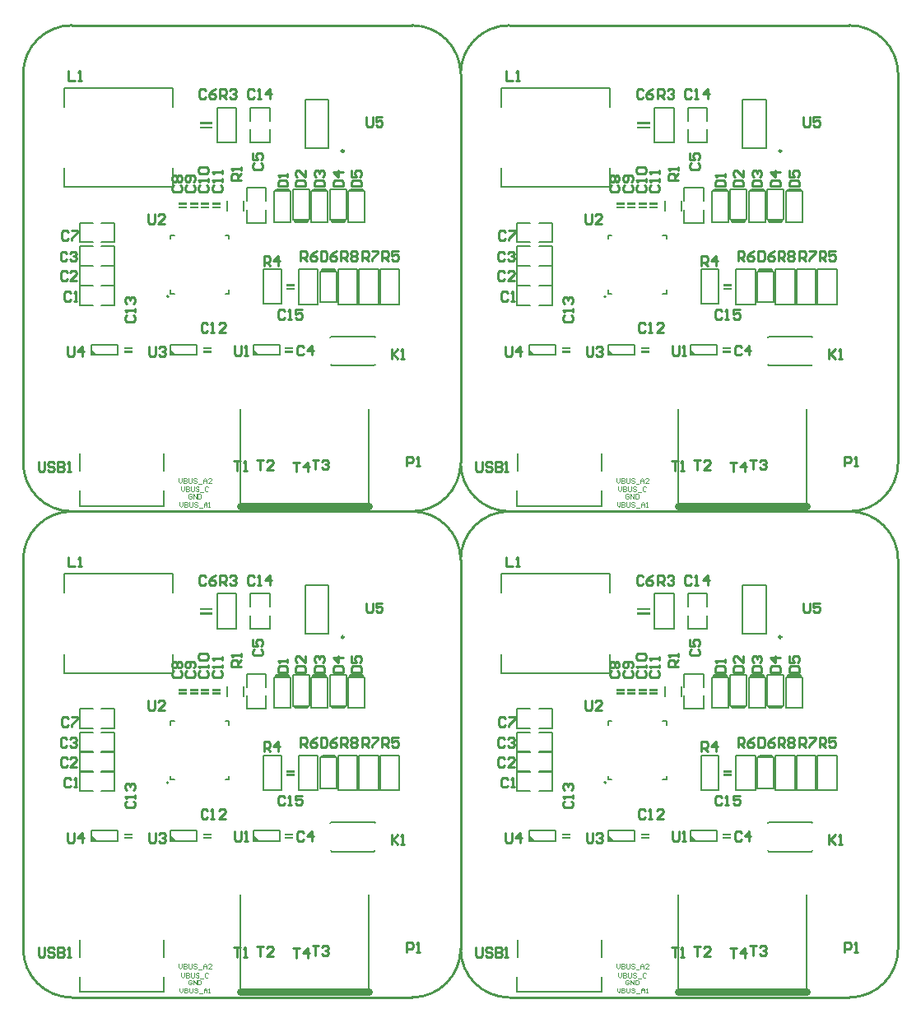
<source format=gto>
G04*
G04 #@! TF.GenerationSoftware,Altium Limited,Altium Designer,20.2.3 (150)*
G04*
G04 Layer_Color=65535*
%FSLAX44Y44*%
%MOMM*%
G71*
G04*
G04 #@! TF.SameCoordinates,C1CC25AD-0FF3-43E4-BDA3-AC1D03E08D52*
G04*
G04*
G04 #@! TF.FilePolarity,Positive*
G04*
G01*
G75*
%ADD29C,0.2000*%
%ADD31C,0.2540*%
%ADD39C,0.2540*%
%ADD47C,0.2500*%
%ADD48C,0.0254*%
%ADD49C,0.1500*%
%ADD50C,0.1524*%
%ADD51C,0.7620*%
%ADD52C,0.1270*%
%ADD53C,0.2032*%
%ADD54C,0.1000*%
G36*
X644056Y899321D02*
X631864D01*
Y900591D01*
X644056D01*
Y899321D01*
D02*
G37*
G36*
X194056D02*
X181864D01*
Y900591D01*
X194056D01*
Y899321D01*
D02*
G37*
G36*
X644056Y894495D02*
X631864D01*
Y895765D01*
X644056D01*
Y894495D01*
D02*
G37*
G36*
X194056D02*
X181864D01*
Y895765D01*
X194056D01*
Y894495D01*
D02*
G37*
G36*
X651930Y817373D02*
Y816103D01*
X644310D01*
Y817373D01*
X651930Y817373D01*
D02*
G37*
G36*
X640500D02*
Y816103D01*
X632880D01*
Y817373D01*
X640500Y817373D01*
D02*
G37*
G36*
X629070D02*
Y816103D01*
X621450D01*
Y817373D01*
X629070Y817373D01*
D02*
G37*
G36*
X617640D02*
Y816103D01*
X610020D01*
Y817373D01*
X617640Y817373D01*
D02*
G37*
G36*
X201930D02*
Y816103D01*
X194310D01*
Y817373D01*
X201930Y817373D01*
D02*
G37*
G36*
X190500D02*
Y816103D01*
X182880D01*
Y817373D01*
X190500Y817373D01*
D02*
G37*
G36*
X179070D02*
Y816103D01*
X171450D01*
Y817373D01*
X179070Y817373D01*
D02*
G37*
G36*
X167640D02*
Y816103D01*
X160020D01*
Y817373D01*
X167640Y817373D01*
D02*
G37*
G36*
X651930Y812547D02*
X644310D01*
Y813817D01*
X651930D01*
Y812547D01*
D02*
G37*
G36*
X640500D02*
X632880D01*
Y813817D01*
X640500D01*
Y812547D01*
D02*
G37*
G36*
X629070D02*
X621450D01*
Y813817D01*
X629070D01*
Y812547D01*
D02*
G37*
G36*
X617640D02*
X610020D01*
Y813817D01*
X617640D01*
Y812547D01*
D02*
G37*
G36*
X201930D02*
X194310D01*
Y813817D01*
X201930D01*
Y812547D01*
D02*
G37*
G36*
X190500D02*
X182880D01*
Y813817D01*
X190500D01*
Y812547D01*
D02*
G37*
G36*
X179070D02*
X171450D01*
Y813817D01*
X179070D01*
Y812547D01*
D02*
G37*
G36*
X167640D02*
X160020D01*
Y813817D01*
X167640D01*
Y812547D01*
D02*
G37*
G36*
X728130Y732283D02*
X720510D01*
Y733553D01*
X728130D01*
Y732283D01*
D02*
G37*
G36*
X278130D02*
X270510D01*
Y733553D01*
X278130D01*
Y732283D01*
D02*
G37*
G36*
X728130Y728727D02*
X720510Y728727D01*
Y729997D01*
X728130D01*
Y728727D01*
D02*
G37*
G36*
X278130D02*
X270510Y728727D01*
Y729997D01*
X278130D01*
Y728727D01*
D02*
G37*
G36*
X726860Y668783D02*
Y667513D01*
X719240D01*
Y668783D01*
X726860Y668783D01*
D02*
G37*
G36*
X643040D02*
Y667513D01*
X635420D01*
Y668783D01*
X643040Y668783D01*
D02*
G37*
G36*
X561760D02*
Y667513D01*
X554140D01*
Y668783D01*
X561760Y668783D01*
D02*
G37*
G36*
X276860D02*
Y667513D01*
X269240D01*
Y668783D01*
X276860Y668783D01*
D02*
G37*
G36*
X193040D02*
Y667513D01*
X185420D01*
Y668783D01*
X193040Y668783D01*
D02*
G37*
G36*
X111760D02*
Y667513D01*
X104140D01*
Y668783D01*
X111760Y668783D01*
D02*
G37*
G36*
X726860Y663957D02*
X719240D01*
Y665227D01*
X726860D01*
Y663957D01*
D02*
G37*
G36*
X643040D02*
X635420D01*
Y665227D01*
X643040D01*
Y663957D01*
D02*
G37*
G36*
X561760D02*
X554140D01*
Y665227D01*
X561760D01*
Y663957D01*
D02*
G37*
G36*
X276860D02*
X269240D01*
Y665227D01*
X276860D01*
Y663957D01*
D02*
G37*
G36*
X193040D02*
X185420D01*
Y665227D01*
X193040D01*
Y663957D01*
D02*
G37*
G36*
X111760D02*
X104140D01*
Y665227D01*
X111760D01*
Y663957D01*
D02*
G37*
G36*
X692824Y661036D02*
X686728D01*
Y667132D01*
X692824Y661036D01*
D02*
G37*
G36*
X607734D02*
X601638D01*
Y667132D01*
X607734Y661036D01*
D02*
G37*
G36*
X526454D02*
X520358D01*
Y667132D01*
X526454Y661036D01*
D02*
G37*
G36*
X242824D02*
X236728D01*
Y667132D01*
X242824Y661036D01*
D02*
G37*
G36*
X157734D02*
X151638D01*
Y667132D01*
X157734Y661036D01*
D02*
G37*
G36*
X76454D02*
X70358D01*
Y667132D01*
X76454Y661036D01*
D02*
G37*
G36*
X644056Y399321D02*
X631864D01*
Y400591D01*
X644056D01*
Y399321D01*
D02*
G37*
G36*
X194056D02*
X181864D01*
Y400591D01*
X194056D01*
Y399321D01*
D02*
G37*
G36*
X644056Y394495D02*
X631864D01*
Y395765D01*
X644056D01*
Y394495D01*
D02*
G37*
G36*
X194056D02*
X181864D01*
Y395765D01*
X194056D01*
Y394495D01*
D02*
G37*
G36*
X651930Y317373D02*
Y316103D01*
X644310D01*
Y317373D01*
X651930Y317373D01*
D02*
G37*
G36*
X640500D02*
Y316103D01*
X632880D01*
Y317373D01*
X640500Y317373D01*
D02*
G37*
G36*
X629070D02*
Y316103D01*
X621450D01*
Y317373D01*
X629070Y317373D01*
D02*
G37*
G36*
X617640D02*
Y316103D01*
X610020D01*
Y317373D01*
X617640Y317373D01*
D02*
G37*
G36*
X201930D02*
Y316103D01*
X194310D01*
Y317373D01*
X201930Y317373D01*
D02*
G37*
G36*
X190500D02*
Y316103D01*
X182880D01*
Y317373D01*
X190500Y317373D01*
D02*
G37*
G36*
X179070D02*
Y316103D01*
X171450D01*
Y317373D01*
X179070Y317373D01*
D02*
G37*
G36*
X167640D02*
Y316103D01*
X160020D01*
Y317373D01*
X167640Y317373D01*
D02*
G37*
G36*
X651930Y312547D02*
X644310D01*
Y313817D01*
X651930D01*
Y312547D01*
D02*
G37*
G36*
X640500D02*
X632880D01*
Y313817D01*
X640500D01*
Y312547D01*
D02*
G37*
G36*
X629070D02*
X621450D01*
Y313817D01*
X629070D01*
Y312547D01*
D02*
G37*
G36*
X617640D02*
X610020D01*
Y313817D01*
X617640D01*
Y312547D01*
D02*
G37*
G36*
X201930D02*
X194310D01*
Y313817D01*
X201930D01*
Y312547D01*
D02*
G37*
G36*
X190500D02*
X182880D01*
Y313817D01*
X190500D01*
Y312547D01*
D02*
G37*
G36*
X179070D02*
X171450D01*
Y313817D01*
X179070D01*
Y312547D01*
D02*
G37*
G36*
X167640D02*
X160020D01*
Y313817D01*
X167640D01*
Y312547D01*
D02*
G37*
G36*
X728130Y232283D02*
X720510D01*
Y233553D01*
X728130D01*
Y232283D01*
D02*
G37*
G36*
X278130D02*
X270510D01*
Y233553D01*
X278130D01*
Y232283D01*
D02*
G37*
G36*
X728130Y228727D02*
X720510Y228727D01*
Y229997D01*
X728130D01*
Y228727D01*
D02*
G37*
G36*
X278130D02*
X270510Y228727D01*
Y229997D01*
X278130D01*
Y228727D01*
D02*
G37*
G36*
X726860Y168783D02*
Y167513D01*
X719240D01*
Y168783D01*
X726860Y168783D01*
D02*
G37*
G36*
X643040D02*
Y167513D01*
X635420D01*
Y168783D01*
X643040Y168783D01*
D02*
G37*
G36*
X561760D02*
Y167513D01*
X554140D01*
Y168783D01*
X561760Y168783D01*
D02*
G37*
G36*
X276860D02*
Y167513D01*
X269240D01*
Y168783D01*
X276860Y168783D01*
D02*
G37*
G36*
X193040D02*
Y167513D01*
X185420D01*
Y168783D01*
X193040Y168783D01*
D02*
G37*
G36*
X111760D02*
Y167513D01*
X104140D01*
Y168783D01*
X111760Y168783D01*
D02*
G37*
G36*
X726860Y163957D02*
X719240D01*
Y165227D01*
X726860D01*
Y163957D01*
D02*
G37*
G36*
X643040D02*
X635420D01*
Y165227D01*
X643040D01*
Y163957D01*
D02*
G37*
G36*
X561760D02*
X554140D01*
Y165227D01*
X561760D01*
Y163957D01*
D02*
G37*
G36*
X276860D02*
X269240D01*
Y165227D01*
X276860D01*
Y163957D01*
D02*
G37*
G36*
X193040D02*
X185420D01*
Y165227D01*
X193040D01*
Y163957D01*
D02*
G37*
G36*
X111760D02*
X104140D01*
Y165227D01*
X111760D01*
Y163957D01*
D02*
G37*
G36*
X692824Y161036D02*
X686728D01*
Y167132D01*
X692824Y161036D01*
D02*
G37*
G36*
X607734D02*
X601638D01*
Y167132D01*
X607734Y161036D01*
D02*
G37*
G36*
X526454D02*
X520358D01*
Y167132D01*
X526454Y161036D01*
D02*
G37*
G36*
X242824D02*
X236728D01*
Y167132D01*
X242824Y161036D01*
D02*
G37*
G36*
X157734D02*
X151638D01*
Y167132D01*
X157734Y161036D01*
D02*
G37*
G36*
X76454D02*
X70358D01*
Y167132D01*
X76454Y161036D01*
D02*
G37*
D29*
X149590Y220980D02*
G03*
X149590Y220980I-1000J0D01*
G01*
X223560Y5680D02*
Y49180D01*
Y105680D01*
X355560Y49180D02*
Y105680D01*
Y5680D02*
Y49180D01*
X290260Y423780D02*
X314260D01*
X290260Y373780D02*
X314260D01*
X290260D02*
Y423780D01*
X314260Y373780D02*
Y423780D01*
X209940Y309419D02*
Y319880D01*
X226940Y309419D02*
Y319880D01*
X599590Y220980D02*
G03*
X599590Y220980I-1000J0D01*
G01*
X673560Y5680D02*
Y49180D01*
Y105680D01*
X805560Y49180D02*
Y105680D01*
Y5680D02*
Y49180D01*
X740260Y423780D02*
X764260D01*
X740260Y373780D02*
X764260D01*
X740260D02*
Y423780D01*
X764260Y373780D02*
Y423780D01*
X659940Y309419D02*
Y319880D01*
X676940Y309419D02*
Y319880D01*
X149590Y720980D02*
G03*
X149590Y720980I-1000J0D01*
G01*
X223560Y505680D02*
Y549180D01*
Y605680D01*
X355560Y549180D02*
Y605680D01*
Y505680D02*
Y549180D01*
X290260Y923780D02*
X314260D01*
X290260Y873780D02*
X314260D01*
X290260D02*
Y923780D01*
X314260Y873780D02*
Y923780D01*
X209940Y809419D02*
Y819880D01*
X226940Y809419D02*
Y819880D01*
X599590Y720980D02*
G03*
X599590Y720980I-1000J0D01*
G01*
X673560Y505680D02*
Y549180D01*
Y605680D01*
X805560Y549180D02*
Y605680D01*
Y505680D02*
Y549180D01*
X740260Y923780D02*
X764260D01*
X740260Y873780D02*
X764260D01*
X740260D02*
Y923780D01*
X764260Y873780D02*
Y923780D01*
X659940Y809419D02*
Y819880D01*
X676940Y809419D02*
Y819880D01*
D31*
X400000Y500000D02*
G03*
X450000Y550000I0J50000D01*
G01*
D02*
G03*
X500000Y500000I50000J0D01*
G01*
D02*
G03*
X450000Y450000I0J-50000D01*
G01*
D02*
G03*
X400000Y500000I-50000J0D01*
G01*
X450000Y550000D02*
Y950000D01*
X500000Y500000D02*
X850000D01*
X450000Y50000D02*
Y450000D01*
Y550000D02*
Y950000D01*
X500000Y500000D02*
X850000D01*
X450000Y49111D02*
Y50000D01*
X50000Y500000D02*
X400000D01*
X240208Y52496D02*
X246873D01*
X243541D01*
Y42500D01*
X256870D02*
X250205D01*
X256870Y49164D01*
Y50830D01*
X255203Y52496D01*
X251871D01*
X250205Y50830D01*
X348539Y257638D02*
Y267634D01*
X353538D01*
X355204Y265968D01*
Y262636D01*
X353538Y260970D01*
X348539D01*
X351872D02*
X355204Y257638D01*
X358536Y267634D02*
X365201D01*
Y265968D01*
X358536Y259304D01*
Y257638D01*
X15597Y51226D02*
Y42896D01*
X17263Y41230D01*
X20595D01*
X22261Y42896D01*
Y51226D01*
X32258Y49560D02*
X30592Y51226D01*
X27260D01*
X25594Y49560D01*
Y47894D01*
X27260Y46228D01*
X30592D01*
X32258Y44562D01*
Y42896D01*
X30592Y41230D01*
X27260D01*
X25594Y42896D01*
X35590Y51226D02*
Y41230D01*
X40589D01*
X42255Y42896D01*
Y44562D01*
X40589Y46228D01*
X35590D01*
X40589D01*
X42255Y47894D01*
Y49560D01*
X40589Y51226D01*
X35590D01*
X45587Y41230D02*
X48919D01*
X47253D01*
Y51226D01*
X45587Y49560D01*
X277546Y50591D02*
X284211D01*
X280879D01*
Y40595D01*
X292542D02*
Y50591D01*
X287543Y45593D01*
X294208D01*
X297485Y53131D02*
X304150D01*
X300818D01*
Y43135D01*
X307482Y51465D02*
X309148Y53131D01*
X312481D01*
X314147Y51465D01*
Y49799D01*
X312481Y48133D01*
X310814D01*
X312481D01*
X314147Y46467D01*
Y44801D01*
X312481Y43135D01*
X309148D01*
X307482Y44801D01*
X326695Y257638D02*
Y267634D01*
X331694D01*
X333360Y265968D01*
Y262636D01*
X331694Y260970D01*
X326695D01*
X330028D02*
X333360Y257638D01*
X336692Y265968D02*
X338358Y267634D01*
X341690D01*
X343357Y265968D01*
Y264302D01*
X341690Y262636D01*
X343357Y260970D01*
Y259304D01*
X341690Y257638D01*
X338358D01*
X336692Y259304D01*
Y260970D01*
X338358Y262636D01*
X336692Y264302D01*
Y265968D01*
X338358Y262636D02*
X341690D01*
X285242Y257638D02*
Y267634D01*
X290240D01*
X291907Y265968D01*
Y262636D01*
X290240Y260970D01*
X285242D01*
X288574D02*
X291907Y257638D01*
X301903Y267634D02*
X298571Y265968D01*
X295239Y262636D01*
Y259304D01*
X296905Y257638D01*
X300237D01*
X301903Y259304D01*
Y260970D01*
X300237Y262636D01*
X295239D01*
X369062Y257638D02*
Y267634D01*
X374060D01*
X375727Y265968D01*
Y262636D01*
X374060Y260970D01*
X369062D01*
X372394D02*
X375727Y257638D01*
X385723Y267634D02*
X379059D01*
Y262636D01*
X382391Y264302D01*
X384057D01*
X385723Y262636D01*
Y259304D01*
X384057Y257638D01*
X380725D01*
X379059Y259304D01*
X247574Y252939D02*
Y262935D01*
X252573D01*
X254239Y261269D01*
Y257937D01*
X252573Y256271D01*
X247574D01*
X250907D02*
X254239Y252939D01*
X262570D02*
Y262935D01*
X257571Y257937D01*
X264236D01*
X202489Y424262D02*
Y434258D01*
X207488D01*
X209154Y432592D01*
Y429260D01*
X207488Y427594D01*
X202489D01*
X205822D02*
X209154Y424262D01*
X212486Y432592D02*
X214152Y434258D01*
X217484D01*
X219151Y432592D01*
Y430926D01*
X217484Y429260D01*
X215818D01*
X217484D01*
X219151Y427594D01*
Y425928D01*
X217484Y424262D01*
X214152D01*
X212486Y425928D01*
X223819Y340681D02*
X213823D01*
Y345679D01*
X215489Y347345D01*
X218821D01*
X220487Y345679D01*
Y340681D01*
Y344013D02*
X223819Y347345D01*
Y350677D02*
Y354010D01*
Y352343D01*
X213823D01*
X215489Y350677D01*
X394655Y46564D02*
Y56560D01*
X399654D01*
X401320Y54894D01*
Y51562D01*
X399654Y49896D01*
X394655D01*
X404652Y46564D02*
X407985D01*
X406318D01*
Y56560D01*
X404652Y54894D01*
X378781Y167177D02*
Y157181D01*
Y160513D01*
X385445Y167177D01*
X380447Y162179D01*
X385445Y157181D01*
X388777D02*
X392109D01*
X390443D01*
Y167177D01*
X388777Y165511D01*
X305994Y267634D02*
Y257638D01*
X310993D01*
X312659Y259304D01*
Y265968D01*
X310993Y267634D01*
X305994D01*
X322656D02*
X319323Y265968D01*
X315991Y262636D01*
Y259304D01*
X317657Y257638D01*
X320989D01*
X322656Y259304D01*
Y260970D01*
X320989Y262636D01*
X315991D01*
X337902Y334315D02*
X347898D01*
Y339314D01*
X346232Y340980D01*
X339568D01*
X337902Y339314D01*
Y334315D01*
Y350977D02*
Y344312D01*
X342900D01*
X341234Y347644D01*
Y349310D01*
X342900Y350977D01*
X346232D01*
X347898Y349310D01*
Y345978D01*
X346232Y344312D01*
X318979Y334315D02*
X328975D01*
Y339314D01*
X327309Y340980D01*
X320645D01*
X318979Y339314D01*
Y334315D01*
X328975Y349310D02*
X318979D01*
X323977Y344312D01*
Y350977D01*
X299675Y334315D02*
X309671D01*
Y339314D01*
X308005Y340980D01*
X301341D01*
X299675Y339314D01*
Y334315D01*
X301341Y344312D02*
X299675Y345978D01*
Y349310D01*
X301341Y350977D01*
X303007D01*
X304673Y349310D01*
Y347644D01*
Y349310D01*
X306339Y350977D01*
X308005D01*
X309671Y349310D01*
Y345978D01*
X308005Y344312D01*
X280498Y334315D02*
X290494D01*
Y339314D01*
X288828Y340980D01*
X282164D01*
X280498Y339314D01*
Y334315D01*
X290494Y350977D02*
Y344312D01*
X283830Y350977D01*
X282164D01*
X280498Y349310D01*
Y345978D01*
X282164Y344312D01*
X261956Y334315D02*
X271952D01*
Y339314D01*
X270286Y340980D01*
X263622D01*
X261956Y339314D01*
Y334315D01*
X271952Y344312D02*
Y347644D01*
Y345978D01*
X261956D01*
X263622Y344312D01*
X268869Y206024D02*
X267203Y207690D01*
X263871D01*
X262205Y206024D01*
Y199360D01*
X263871Y197694D01*
X267203D01*
X268869Y199360D01*
X272202Y197694D02*
X275534D01*
X273868D01*
Y207690D01*
X272202Y206024D01*
X287197Y207690D02*
X280532D01*
Y202692D01*
X283865Y204358D01*
X285531D01*
X287197Y202692D01*
Y199360D01*
X285531Y197694D01*
X282199D01*
X280532Y199360D01*
X237500Y432719D02*
X235834Y434385D01*
X232502D01*
X230836Y432719D01*
Y426055D01*
X232502Y424389D01*
X235834D01*
X237500Y426055D01*
X240833Y424389D02*
X244165D01*
X242499D01*
Y434385D01*
X240833Y432719D01*
X254162Y424389D02*
Y434385D01*
X249163Y429387D01*
X255828D01*
X106777Y201814D02*
X105111Y200147D01*
Y196815D01*
X106777Y195149D01*
X113441D01*
X115107Y196815D01*
Y200147D01*
X113441Y201814D01*
X115107Y205146D02*
Y208478D01*
Y206812D01*
X105111D01*
X106777Y205146D01*
Y213477D02*
X105111Y215143D01*
Y218475D01*
X106777Y220141D01*
X108443D01*
X110109Y218475D01*
Y216809D01*
Y218475D01*
X111775Y220141D01*
X113441D01*
X115107Y218475D01*
Y215143D01*
X113441Y213477D01*
X189876Y192308D02*
X188209Y193974D01*
X184877D01*
X183211Y192308D01*
Y185644D01*
X184877Y183978D01*
X188209D01*
X189876Y185644D01*
X193208Y183978D02*
X196540D01*
X194874D01*
Y193974D01*
X193208Y192308D01*
X208203Y183978D02*
X201539D01*
X208203Y190642D01*
Y192308D01*
X206537Y193974D01*
X203205D01*
X201539Y192308D01*
X196058Y335687D02*
X194392Y334021D01*
Y330688D01*
X196058Y329022D01*
X202722D01*
X204388Y330688D01*
Y334021D01*
X202722Y335687D01*
X204388Y339019D02*
Y342351D01*
Y340685D01*
X194392D01*
X196058Y339019D01*
X204388Y347350D02*
Y350682D01*
Y349016D01*
X194392D01*
X196058Y347350D01*
X182088Y335687D02*
X180422Y334021D01*
Y330688D01*
X182088Y329022D01*
X188752D01*
X190418Y330688D01*
Y334021D01*
X188752Y335687D01*
X190418Y339019D02*
Y342351D01*
Y340685D01*
X180422D01*
X182088Y339019D01*
Y347350D02*
X180422Y349016D01*
Y352348D01*
X182088Y354014D01*
X188752D01*
X190418Y352348D01*
Y349016D01*
X188752Y347350D01*
X182088D01*
X168499Y335687D02*
X166833Y334021D01*
Y330688D01*
X168499Y329022D01*
X175163D01*
X176829Y330688D01*
Y334021D01*
X175163Y335687D01*
Y339019D02*
X176829Y340685D01*
Y344017D01*
X175163Y345684D01*
X168499D01*
X166833Y344017D01*
Y340685D01*
X168499Y339019D01*
X170165D01*
X171831Y340685D01*
Y345684D01*
X154910Y335687D02*
X153244Y334021D01*
Y330688D01*
X154910Y329022D01*
X161574D01*
X163240Y330688D01*
Y334021D01*
X161574Y335687D01*
X154910Y339019D02*
X153244Y340685D01*
Y344017D01*
X154910Y345684D01*
X156576D01*
X158242Y344017D01*
X159908Y345684D01*
X161574D01*
X163240Y344017D01*
Y340685D01*
X161574Y339019D01*
X159908D01*
X158242Y340685D01*
X156576Y339019D01*
X154910D01*
X158242Y340685D02*
Y344017D01*
X46086Y287050D02*
X44420Y288716D01*
X41087D01*
X39421Y287050D01*
Y280386D01*
X41087Y278720D01*
X44420D01*
X46086Y280386D01*
X49418Y288716D02*
X56083D01*
Y287050D01*
X49418Y280386D01*
Y278720D01*
X187818Y432719D02*
X186152Y434385D01*
X182819D01*
X181153Y432719D01*
Y426055D01*
X182819Y424389D01*
X186152D01*
X187818Y426055D01*
X197815Y434385D02*
X194482Y432719D01*
X191150Y429387D01*
Y426055D01*
X192816Y424389D01*
X196148D01*
X197815Y426055D01*
Y427721D01*
X196148Y429387D01*
X191150D01*
X237714Y358379D02*
X236048Y356713D01*
Y353381D01*
X237714Y351714D01*
X244378D01*
X246044Y353381D01*
Y356713D01*
X244378Y358379D01*
X236048Y368376D02*
Y361711D01*
X241046D01*
X239380Y365043D01*
Y366710D01*
X241046Y368376D01*
X244378D01*
X246044Y366710D01*
Y363377D01*
X244378Y361711D01*
X288656Y169067D02*
X286990Y170733D01*
X283657D01*
X281991Y169067D01*
Y162403D01*
X283657Y160737D01*
X286990D01*
X288656Y162403D01*
X296987Y160737D02*
Y170733D01*
X291988Y165735D01*
X298653D01*
X45070Y265714D02*
X43404Y267380D01*
X40072D01*
X38405Y265714D01*
Y259050D01*
X40072Y257384D01*
X43404D01*
X45070Y259050D01*
X48402Y265714D02*
X50068Y267380D01*
X53401D01*
X55067Y265714D01*
Y264048D01*
X53401Y262382D01*
X51734D01*
X53401D01*
X55067Y260716D01*
Y259050D01*
X53401Y257384D01*
X50068D01*
X48402Y259050D01*
X45197Y245521D02*
X43531Y247187D01*
X40198D01*
X38532Y245521D01*
Y238857D01*
X40198Y237191D01*
X43531D01*
X45197Y238857D01*
X55194Y237191D02*
X48529D01*
X55194Y243855D01*
Y245521D01*
X53527Y247187D01*
X50195D01*
X48529Y245521D01*
X48641Y224566D02*
X46975Y226232D01*
X43643D01*
X41976Y224566D01*
Y217902D01*
X43643Y216236D01*
X46975D01*
X48641Y217902D01*
X51973Y216236D02*
X55306D01*
X53639D01*
Y226232D01*
X51973Y224566D01*
X216728Y51607D02*
X223393D01*
X220061D01*
Y41611D01*
X226725D02*
X230058D01*
X228391D01*
Y51607D01*
X226725Y49941D01*
X352730Y405810D02*
Y397480D01*
X354397Y395814D01*
X357729D01*
X359395Y397480D01*
Y405810D01*
X369392D02*
X362727D01*
Y400812D01*
X366059Y402478D01*
X367725D01*
X369392Y400812D01*
Y397480D01*
X367725Y395814D01*
X364393D01*
X362727Y397480D01*
X46803Y453181D02*
Y443185D01*
X53467D01*
X56799D02*
X60132D01*
X58465D01*
Y453181D01*
X56799Y451515D01*
X45898Y169336D02*
Y161006D01*
X47565Y159340D01*
X50897D01*
X52563Y161006D01*
Y169336D01*
X60894Y159340D02*
Y169336D01*
X55895Y164338D01*
X62560D01*
X129464Y169336D02*
Y161006D01*
X131131Y159340D01*
X134463D01*
X136129Y161006D01*
Y169336D01*
X139461Y167670D02*
X141127Y169336D01*
X144459D01*
X146126Y167670D01*
Y166004D01*
X144459Y164338D01*
X142793D01*
X144459D01*
X146126Y162672D01*
Y161006D01*
X144459Y159340D01*
X141127D01*
X139461Y161006D01*
X128448Y305607D02*
Y297277D01*
X130114Y295611D01*
X133447D01*
X135113Y297277D01*
Y305607D01*
X145110Y295611D02*
X138445D01*
X145110Y302275D01*
Y303941D01*
X143443Y305607D01*
X140111D01*
X138445Y303941D01*
X217871Y170606D02*
Y162276D01*
X219538Y160610D01*
X222870D01*
X224536Y162276D01*
Y170606D01*
X227868Y160610D02*
X231201D01*
X229534D01*
Y170606D01*
X227868Y168940D01*
X690208Y52496D02*
X696873D01*
X693541D01*
Y42500D01*
X706870D02*
X700205D01*
X706870Y49164D01*
Y50830D01*
X705203Y52496D01*
X701871D01*
X700205Y50830D01*
X798539Y257638D02*
Y267634D01*
X803538D01*
X805204Y265968D01*
Y262636D01*
X803538Y260970D01*
X798539D01*
X801872D02*
X805204Y257638D01*
X808536Y267634D02*
X815201D01*
Y265968D01*
X808536Y259304D01*
Y257638D01*
X465597Y51226D02*
Y42896D01*
X467263Y41230D01*
X470595D01*
X472261Y42896D01*
Y51226D01*
X482258Y49560D02*
X480592Y51226D01*
X477260D01*
X475593Y49560D01*
Y47894D01*
X477260Y46228D01*
X480592D01*
X482258Y44562D01*
Y42896D01*
X480592Y41230D01*
X477260D01*
X475593Y42896D01*
X485590Y51226D02*
Y41230D01*
X490589D01*
X492255Y42896D01*
Y44562D01*
X490589Y46228D01*
X485590D01*
X490589D01*
X492255Y47894D01*
Y49560D01*
X490589Y51226D01*
X485590D01*
X495587Y41230D02*
X498919D01*
X497253D01*
Y51226D01*
X495587Y49560D01*
X727546Y50591D02*
X734211D01*
X730879D01*
Y40595D01*
X742542D02*
Y50591D01*
X737543Y45593D01*
X744208D01*
X747485Y53131D02*
X754150D01*
X750818D01*
Y43135D01*
X757482Y51465D02*
X759148Y53131D01*
X762480D01*
X764147Y51465D01*
Y49799D01*
X762480Y48133D01*
X760814D01*
X762480D01*
X764147Y46467D01*
Y44801D01*
X762480Y43135D01*
X759148D01*
X757482Y44801D01*
X776695Y257638D02*
Y267634D01*
X781694D01*
X783360Y265968D01*
Y262636D01*
X781694Y260970D01*
X776695D01*
X780028D02*
X783360Y257638D01*
X786692Y265968D02*
X788358Y267634D01*
X791691D01*
X793357Y265968D01*
Y264302D01*
X791691Y262636D01*
X793357Y260970D01*
Y259304D01*
X791691Y257638D01*
X788358D01*
X786692Y259304D01*
Y260970D01*
X788358Y262636D01*
X786692Y264302D01*
Y265968D01*
X788358Y262636D02*
X791691D01*
X735242Y257638D02*
Y267634D01*
X740240D01*
X741907Y265968D01*
Y262636D01*
X740240Y260970D01*
X735242D01*
X738574D02*
X741907Y257638D01*
X751903Y267634D02*
X748571Y265968D01*
X745239Y262636D01*
Y259304D01*
X746905Y257638D01*
X750237D01*
X751903Y259304D01*
Y260970D01*
X750237Y262636D01*
X745239D01*
X819062Y257638D02*
Y267634D01*
X824060D01*
X825726Y265968D01*
Y262636D01*
X824060Y260970D01*
X819062D01*
X822394D02*
X825726Y257638D01*
X835723Y267634D02*
X829059D01*
Y262636D01*
X832391Y264302D01*
X834057D01*
X835723Y262636D01*
Y259304D01*
X834057Y257638D01*
X830725D01*
X829059Y259304D01*
X697574Y252939D02*
Y262935D01*
X702573D01*
X704239Y261269D01*
Y257937D01*
X702573Y256271D01*
X697574D01*
X700907D02*
X704239Y252939D01*
X712570D02*
Y262935D01*
X707571Y257937D01*
X714236D01*
X652489Y424262D02*
Y434258D01*
X657488D01*
X659154Y432592D01*
Y429260D01*
X657488Y427594D01*
X652489D01*
X655822D02*
X659154Y424262D01*
X662486Y432592D02*
X664152Y434258D01*
X667485D01*
X669151Y432592D01*
Y430926D01*
X667485Y429260D01*
X665818D01*
X667485D01*
X669151Y427594D01*
Y425928D01*
X667485Y424262D01*
X664152D01*
X662486Y425928D01*
X673819Y340681D02*
X663823D01*
Y345679D01*
X665489Y347345D01*
X668821D01*
X670487Y345679D01*
Y340681D01*
Y344013D02*
X673819Y347345D01*
Y350677D02*
Y354010D01*
Y352343D01*
X663823D01*
X665489Y350677D01*
X844656Y46564D02*
Y56560D01*
X849654D01*
X851320Y54894D01*
Y51562D01*
X849654Y49896D01*
X844656D01*
X854652Y46564D02*
X857984D01*
X856318D01*
Y56560D01*
X854652Y54894D01*
X828781Y167177D02*
Y157181D01*
Y160513D01*
X835445Y167177D01*
X830447Y162179D01*
X835445Y157181D01*
X838777D02*
X842110D01*
X840443D01*
Y167177D01*
X838777Y165511D01*
X755994Y267634D02*
Y257638D01*
X760993D01*
X762659Y259304D01*
Y265968D01*
X760993Y267634D01*
X755994D01*
X772656D02*
X769323Y265968D01*
X765991Y262636D01*
Y259304D01*
X767657Y257638D01*
X770990D01*
X772656Y259304D01*
Y260970D01*
X770990Y262636D01*
X765991D01*
X787902Y334315D02*
X797898D01*
Y339314D01*
X796232Y340980D01*
X789568D01*
X787902Y339314D01*
Y334315D01*
Y350977D02*
Y344312D01*
X792900D01*
X791234Y347644D01*
Y349310D01*
X792900Y350977D01*
X796232D01*
X797898Y349310D01*
Y345978D01*
X796232Y344312D01*
X768979Y334315D02*
X778975D01*
Y339314D01*
X777309Y340980D01*
X770645D01*
X768979Y339314D01*
Y334315D01*
X778975Y349310D02*
X768979D01*
X773977Y344312D01*
Y350977D01*
X749675Y334315D02*
X759671D01*
Y339314D01*
X758005Y340980D01*
X751341D01*
X749675Y339314D01*
Y334315D01*
X751341Y344312D02*
X749675Y345978D01*
Y349310D01*
X751341Y350977D01*
X753007D01*
X754673Y349310D01*
Y347644D01*
Y349310D01*
X756339Y350977D01*
X758005D01*
X759671Y349310D01*
Y345978D01*
X758005Y344312D01*
X730498Y334315D02*
X740494D01*
Y339314D01*
X738828Y340980D01*
X732164D01*
X730498Y339314D01*
Y334315D01*
X740494Y350977D02*
Y344312D01*
X733830Y350977D01*
X732164D01*
X730498Y349310D01*
Y345978D01*
X732164Y344312D01*
X711956Y334315D02*
X721952D01*
Y339314D01*
X720286Y340980D01*
X713622D01*
X711956Y339314D01*
Y334315D01*
X721952Y344312D02*
Y347644D01*
Y345978D01*
X711956D01*
X713622Y344312D01*
X718869Y206024D02*
X717203Y207690D01*
X713871D01*
X712205Y206024D01*
Y199360D01*
X713871Y197694D01*
X717203D01*
X718869Y199360D01*
X722202Y197694D02*
X725534D01*
X723868D01*
Y207690D01*
X722202Y206024D01*
X737197Y207690D02*
X730532D01*
Y202692D01*
X733865Y204358D01*
X735531D01*
X737197Y202692D01*
Y199360D01*
X735531Y197694D01*
X732199D01*
X730532Y199360D01*
X687501Y432719D02*
X685834Y434385D01*
X682502D01*
X680836Y432719D01*
Y426055D01*
X682502Y424389D01*
X685834D01*
X687501Y426055D01*
X690833Y424389D02*
X694165D01*
X692499D01*
Y434385D01*
X690833Y432719D01*
X704162Y424389D02*
Y434385D01*
X699163Y429387D01*
X705828D01*
X556777Y201814D02*
X555111Y200147D01*
Y196815D01*
X556777Y195149D01*
X563441D01*
X565107Y196815D01*
Y200147D01*
X563441Y201814D01*
X565107Y205146D02*
Y208478D01*
Y206812D01*
X555111D01*
X556777Y205146D01*
Y213477D02*
X555111Y215143D01*
Y218475D01*
X556777Y220141D01*
X558443D01*
X560109Y218475D01*
Y216809D01*
Y218475D01*
X561775Y220141D01*
X563441D01*
X565107Y218475D01*
Y215143D01*
X563441Y213477D01*
X639875Y192308D02*
X638209Y193974D01*
X634877D01*
X633211Y192308D01*
Y185644D01*
X634877Y183978D01*
X638209D01*
X639875Y185644D01*
X643208Y183978D02*
X646540D01*
X644874D01*
Y193974D01*
X643208Y192308D01*
X658203Y183978D02*
X651538D01*
X658203Y190642D01*
Y192308D01*
X656537Y193974D01*
X653205D01*
X651538Y192308D01*
X646058Y335687D02*
X644392Y334021D01*
Y330688D01*
X646058Y329022D01*
X652722D01*
X654388Y330688D01*
Y334021D01*
X652722Y335687D01*
X654388Y339019D02*
Y342351D01*
Y340685D01*
X644392D01*
X646058Y339019D01*
X654388Y347350D02*
Y350682D01*
Y349016D01*
X644392D01*
X646058Y347350D01*
X632088Y335687D02*
X630421Y334021D01*
Y330688D01*
X632088Y329022D01*
X638752D01*
X640418Y330688D01*
Y334021D01*
X638752Y335687D01*
X640418Y339019D02*
Y342351D01*
Y340685D01*
X630421D01*
X632088Y339019D01*
Y347350D02*
X630421Y349016D01*
Y352348D01*
X632088Y354014D01*
X638752D01*
X640418Y352348D01*
Y349016D01*
X638752Y347350D01*
X632088D01*
X618499Y335687D02*
X616833Y334021D01*
Y330688D01*
X618499Y329022D01*
X625163D01*
X626829Y330688D01*
Y334021D01*
X625163Y335687D01*
Y339019D02*
X626829Y340685D01*
Y344017D01*
X625163Y345684D01*
X618499D01*
X616833Y344017D01*
Y340685D01*
X618499Y339019D01*
X620165D01*
X621831Y340685D01*
Y345684D01*
X604910Y335687D02*
X603243Y334021D01*
Y330688D01*
X604910Y329022D01*
X611574D01*
X613240Y330688D01*
Y334021D01*
X611574Y335687D01*
X604910Y339019D02*
X603243Y340685D01*
Y344017D01*
X604910Y345684D01*
X606576D01*
X608242Y344017D01*
X609908Y345684D01*
X611574D01*
X613240Y344017D01*
Y340685D01*
X611574Y339019D01*
X609908D01*
X608242Y340685D01*
X606576Y339019D01*
X604910D01*
X608242Y340685D02*
Y344017D01*
X496086Y287050D02*
X494420Y288716D01*
X491087D01*
X489421Y287050D01*
Y280386D01*
X491087Y278720D01*
X494420D01*
X496086Y280386D01*
X499418Y288716D02*
X506083D01*
Y287050D01*
X499418Y280386D01*
Y278720D01*
X637818Y432719D02*
X636152Y434385D01*
X632820D01*
X631153Y432719D01*
Y426055D01*
X632820Y424389D01*
X636152D01*
X637818Y426055D01*
X647815Y434385D02*
X644482Y432719D01*
X641150Y429387D01*
Y426055D01*
X642816Y424389D01*
X646149D01*
X647815Y426055D01*
Y427721D01*
X646149Y429387D01*
X641150D01*
X687714Y358379D02*
X686048Y356713D01*
Y353381D01*
X687714Y351714D01*
X694378D01*
X696044Y353381D01*
Y356713D01*
X694378Y358379D01*
X686048Y368376D02*
Y361711D01*
X691046D01*
X689380Y365043D01*
Y366710D01*
X691046Y368376D01*
X694378D01*
X696044Y366710D01*
Y363377D01*
X694378Y361711D01*
X738656Y169067D02*
X736990Y170733D01*
X733658D01*
X731991Y169067D01*
Y162403D01*
X733658Y160737D01*
X736990D01*
X738656Y162403D01*
X746986Y160737D02*
Y170733D01*
X741988Y165735D01*
X748653D01*
X495070Y265714D02*
X493404Y267380D01*
X490071D01*
X488405Y265714D01*
Y259050D01*
X490071Y257384D01*
X493404D01*
X495070Y259050D01*
X498402Y265714D02*
X500068Y267380D01*
X503400D01*
X505067Y265714D01*
Y264048D01*
X503400Y262382D01*
X501734D01*
X503400D01*
X505067Y260716D01*
Y259050D01*
X503400Y257384D01*
X500068D01*
X498402Y259050D01*
X495197Y245521D02*
X493531Y247187D01*
X490199D01*
X488532Y245521D01*
Y238857D01*
X490199Y237191D01*
X493531D01*
X495197Y238857D01*
X505194Y237191D02*
X498529D01*
X505194Y243855D01*
Y245521D01*
X503527Y247187D01*
X500195D01*
X498529Y245521D01*
X498641Y224566D02*
X496975Y226232D01*
X493643D01*
X491977Y224566D01*
Y217902D01*
X493643Y216236D01*
X496975D01*
X498641Y217902D01*
X501973Y216236D02*
X505305D01*
X503639D01*
Y226232D01*
X501973Y224566D01*
X666729Y51607D02*
X673393D01*
X670061D01*
Y41611D01*
X676725D02*
X680058D01*
X678391D01*
Y51607D01*
X676725Y49941D01*
X802730Y405810D02*
Y397480D01*
X804397Y395814D01*
X807729D01*
X809395Y397480D01*
Y405810D01*
X819392D02*
X812727D01*
Y400812D01*
X816059Y402478D01*
X817726D01*
X819392Y400812D01*
Y397480D01*
X817726Y395814D01*
X814393D01*
X812727Y397480D01*
X496802Y453181D02*
Y443185D01*
X503467D01*
X506799D02*
X510131D01*
X508465D01*
Y453181D01*
X506799Y451515D01*
X495898Y169336D02*
Y161006D01*
X497565Y159340D01*
X500897D01*
X502563Y161006D01*
Y169336D01*
X510894Y159340D02*
Y169336D01*
X505895Y164338D01*
X512560D01*
X579464Y169336D02*
Y161006D01*
X581130Y159340D01*
X584463D01*
X586129Y161006D01*
Y169336D01*
X589461Y167670D02*
X591127Y169336D01*
X594459D01*
X596126Y167670D01*
Y166004D01*
X594459Y164338D01*
X592793D01*
X594459D01*
X596126Y162672D01*
Y161006D01*
X594459Y159340D01*
X591127D01*
X589461Y161006D01*
X578448Y305607D02*
Y297277D01*
X580115Y295611D01*
X583447D01*
X585113Y297277D01*
Y305607D01*
X595110Y295611D02*
X588445D01*
X595110Y302275D01*
Y303941D01*
X593443Y305607D01*
X590111D01*
X588445Y303941D01*
X667871Y170606D02*
Y162276D01*
X669538Y160610D01*
X672870D01*
X674536Y162276D01*
Y170606D01*
X677868Y160610D02*
X681200D01*
X679534D01*
Y170606D01*
X677868Y168940D01*
X240208Y552496D02*
X246873D01*
X243541D01*
Y542500D01*
X256870D02*
X250205D01*
X256870Y549164D01*
Y550830D01*
X255203Y552496D01*
X251871D01*
X250205Y550830D01*
X348539Y757638D02*
Y767634D01*
X353538D01*
X355204Y765968D01*
Y762636D01*
X353538Y760970D01*
X348539D01*
X351872D02*
X355204Y757638D01*
X358536Y767634D02*
X365201D01*
Y765968D01*
X358536Y759304D01*
Y757638D01*
X15597Y551226D02*
Y542896D01*
X17263Y541230D01*
X20595D01*
X22261Y542896D01*
Y551226D01*
X32258Y549560D02*
X30592Y551226D01*
X27260D01*
X25594Y549560D01*
Y547894D01*
X27260Y546228D01*
X30592D01*
X32258Y544562D01*
Y542896D01*
X30592Y541230D01*
X27260D01*
X25594Y542896D01*
X35590Y551226D02*
Y541230D01*
X40589D01*
X42255Y542896D01*
Y544562D01*
X40589Y546228D01*
X35590D01*
X40589D01*
X42255Y547894D01*
Y549560D01*
X40589Y551226D01*
X35590D01*
X45587Y541230D02*
X48919D01*
X47253D01*
Y551226D01*
X45587Y549560D01*
X277546Y550591D02*
X284211D01*
X280879D01*
Y540595D01*
X292542D02*
Y550591D01*
X287543Y545593D01*
X294208D01*
X297485Y553131D02*
X304150D01*
X300818D01*
Y543135D01*
X307482Y551465D02*
X309148Y553131D01*
X312481D01*
X314147Y551465D01*
Y549799D01*
X312481Y548133D01*
X310814D01*
X312481D01*
X314147Y546467D01*
Y544801D01*
X312481Y543135D01*
X309148D01*
X307482Y544801D01*
X326695Y757638D02*
Y767634D01*
X331694D01*
X333360Y765968D01*
Y762636D01*
X331694Y760970D01*
X326695D01*
X330028D02*
X333360Y757638D01*
X336692Y765968D02*
X338358Y767634D01*
X341690D01*
X343357Y765968D01*
Y764302D01*
X341690Y762636D01*
X343357Y760970D01*
Y759304D01*
X341690Y757638D01*
X338358D01*
X336692Y759304D01*
Y760970D01*
X338358Y762636D01*
X336692Y764302D01*
Y765968D01*
X338358Y762636D02*
X341690D01*
X285242Y757638D02*
Y767634D01*
X290240D01*
X291907Y765968D01*
Y762636D01*
X290240Y760970D01*
X285242D01*
X288574D02*
X291907Y757638D01*
X301903Y767634D02*
X298571Y765968D01*
X295239Y762636D01*
Y759304D01*
X296905Y757638D01*
X300237D01*
X301903Y759304D01*
Y760970D01*
X300237Y762636D01*
X295239D01*
X369062Y757638D02*
Y767634D01*
X374060D01*
X375727Y765968D01*
Y762636D01*
X374060Y760970D01*
X369062D01*
X372394D02*
X375727Y757638D01*
X385723Y767634D02*
X379059D01*
Y762636D01*
X382391Y764302D01*
X384057D01*
X385723Y762636D01*
Y759304D01*
X384057Y757638D01*
X380725D01*
X379059Y759304D01*
X247574Y752939D02*
Y762935D01*
X252573D01*
X254239Y761269D01*
Y757937D01*
X252573Y756271D01*
X247574D01*
X250907D02*
X254239Y752939D01*
X262570D02*
Y762935D01*
X257571Y757937D01*
X264236D01*
X202489Y924262D02*
Y934258D01*
X207488D01*
X209154Y932592D01*
Y929260D01*
X207488Y927594D01*
X202489D01*
X205822D02*
X209154Y924262D01*
X212486Y932592D02*
X214152Y934258D01*
X217484D01*
X219151Y932592D01*
Y930926D01*
X217484Y929260D01*
X215818D01*
X217484D01*
X219151Y927594D01*
Y925928D01*
X217484Y924262D01*
X214152D01*
X212486Y925928D01*
X223819Y840680D02*
X213823D01*
Y845679D01*
X215489Y847345D01*
X218821D01*
X220487Y845679D01*
Y840680D01*
Y844013D02*
X223819Y847345D01*
Y850677D02*
Y854009D01*
Y852343D01*
X213823D01*
X215489Y850677D01*
X394655Y546564D02*
Y556560D01*
X399654D01*
X401320Y554894D01*
Y551562D01*
X399654Y549896D01*
X394655D01*
X404652Y546564D02*
X407985D01*
X406318D01*
Y556560D01*
X404652Y554894D01*
X378781Y667177D02*
Y657181D01*
Y660513D01*
X385445Y667177D01*
X380447Y662179D01*
X385445Y657181D01*
X388777D02*
X392109D01*
X390443D01*
Y667177D01*
X388777Y665511D01*
X305994Y767634D02*
Y757638D01*
X310993D01*
X312659Y759304D01*
Y765968D01*
X310993Y767634D01*
X305994D01*
X322656D02*
X319323Y765968D01*
X315991Y762636D01*
Y759304D01*
X317657Y757638D01*
X320989D01*
X322656Y759304D01*
Y760970D01*
X320989Y762636D01*
X315991D01*
X337902Y834315D02*
X347898D01*
Y839314D01*
X346232Y840980D01*
X339568D01*
X337902Y839314D01*
Y834315D01*
Y850977D02*
Y844312D01*
X342900D01*
X341234Y847644D01*
Y849311D01*
X342900Y850977D01*
X346232D01*
X347898Y849311D01*
Y845978D01*
X346232Y844312D01*
X318979Y834315D02*
X328975D01*
Y839314D01*
X327309Y840980D01*
X320645D01*
X318979Y839314D01*
Y834315D01*
X328975Y849311D02*
X318979D01*
X323977Y844312D01*
Y850977D01*
X299675Y834315D02*
X309671D01*
Y839314D01*
X308005Y840980D01*
X301341D01*
X299675Y839314D01*
Y834315D01*
X301341Y844312D02*
X299675Y845978D01*
Y849311D01*
X301341Y850977D01*
X303007D01*
X304673Y849311D01*
Y847644D01*
Y849311D01*
X306339Y850977D01*
X308005D01*
X309671Y849311D01*
Y845978D01*
X308005Y844312D01*
X280498Y834315D02*
X290494D01*
Y839314D01*
X288828Y840980D01*
X282164D01*
X280498Y839314D01*
Y834315D01*
X290494Y850977D02*
Y844312D01*
X283830Y850977D01*
X282164D01*
X280498Y849311D01*
Y845978D01*
X282164Y844312D01*
X261956Y834315D02*
X271952D01*
Y839314D01*
X270286Y840980D01*
X263622D01*
X261956Y839314D01*
Y834315D01*
X271952Y844312D02*
Y847644D01*
Y845978D01*
X261956D01*
X263622Y844312D01*
X268869Y706024D02*
X267203Y707690D01*
X263871D01*
X262205Y706024D01*
Y699360D01*
X263871Y697694D01*
X267203D01*
X268869Y699360D01*
X272202Y697694D02*
X275534D01*
X273868D01*
Y707690D01*
X272202Y706024D01*
X287197Y707690D02*
X280532D01*
Y702692D01*
X283865Y704358D01*
X285531D01*
X287197Y702692D01*
Y699360D01*
X285531Y697694D01*
X282199D01*
X280532Y699360D01*
X237500Y932719D02*
X235834Y934385D01*
X232502D01*
X230836Y932719D01*
Y926055D01*
X232502Y924389D01*
X235834D01*
X237500Y926055D01*
X240833Y924389D02*
X244165D01*
X242499D01*
Y934385D01*
X240833Y932719D01*
X254162Y924389D02*
Y934385D01*
X249163Y929387D01*
X255828D01*
X106777Y701814D02*
X105111Y700147D01*
Y696815D01*
X106777Y695149D01*
X113441D01*
X115107Y696815D01*
Y700147D01*
X113441Y701814D01*
X115107Y705146D02*
Y708478D01*
Y706812D01*
X105111D01*
X106777Y705146D01*
Y713476D02*
X105111Y715143D01*
Y718475D01*
X106777Y720141D01*
X108443D01*
X110109Y718475D01*
Y716809D01*
Y718475D01*
X111775Y720141D01*
X113441D01*
X115107Y718475D01*
Y715143D01*
X113441Y713476D01*
X189876Y692308D02*
X188209Y693974D01*
X184877D01*
X183211Y692308D01*
Y685644D01*
X184877Y683978D01*
X188209D01*
X189876Y685644D01*
X193208Y683978D02*
X196540D01*
X194874D01*
Y693974D01*
X193208Y692308D01*
X208203Y683978D02*
X201539D01*
X208203Y690642D01*
Y692308D01*
X206537Y693974D01*
X203205D01*
X201539Y692308D01*
X196058Y835687D02*
X194392Y834020D01*
Y830688D01*
X196058Y829022D01*
X202722D01*
X204388Y830688D01*
Y834020D01*
X202722Y835687D01*
X204388Y839019D02*
Y842351D01*
Y840685D01*
X194392D01*
X196058Y839019D01*
X204388Y847350D02*
Y850682D01*
Y849016D01*
X194392D01*
X196058Y847350D01*
X182088Y835687D02*
X180422Y834021D01*
Y830688D01*
X182088Y829022D01*
X188752D01*
X190418Y830688D01*
Y834021D01*
X188752Y835687D01*
X190418Y839019D02*
Y842351D01*
Y840685D01*
X180422D01*
X182088Y839019D01*
Y847350D02*
X180422Y849016D01*
Y852348D01*
X182088Y854014D01*
X188752D01*
X190418Y852348D01*
Y849016D01*
X188752Y847350D01*
X182088D01*
X168499Y835687D02*
X166833Y834021D01*
Y830688D01*
X168499Y829022D01*
X175163D01*
X176829Y830688D01*
Y834021D01*
X175163Y835687D01*
Y839019D02*
X176829Y840685D01*
Y844017D01*
X175163Y845683D01*
X168499D01*
X166833Y844017D01*
Y840685D01*
X168499Y839019D01*
X170165D01*
X171831Y840685D01*
Y845683D01*
X154910Y835687D02*
X153244Y834021D01*
Y830688D01*
X154910Y829022D01*
X161574D01*
X163240Y830688D01*
Y834021D01*
X161574Y835687D01*
X154910Y839019D02*
X153244Y840685D01*
Y844017D01*
X154910Y845683D01*
X156576D01*
X158242Y844017D01*
X159908Y845683D01*
X161574D01*
X163240Y844017D01*
Y840685D01*
X161574Y839019D01*
X159908D01*
X158242Y840685D01*
X156576Y839019D01*
X154910D01*
X158242Y840685D02*
Y844017D01*
X46086Y787050D02*
X44420Y788716D01*
X41087D01*
X39421Y787050D01*
Y780386D01*
X41087Y778720D01*
X44420D01*
X46086Y780386D01*
X49418Y788716D02*
X56083D01*
Y787050D01*
X49418Y780386D01*
Y778720D01*
X187818Y932719D02*
X186152Y934385D01*
X182819D01*
X181153Y932719D01*
Y926055D01*
X182819Y924389D01*
X186152D01*
X187818Y926055D01*
X197815Y934385D02*
X194482Y932719D01*
X191150Y929387D01*
Y926055D01*
X192816Y924389D01*
X196148D01*
X197815Y926055D01*
Y927721D01*
X196148Y929387D01*
X191150D01*
X237714Y858379D02*
X236048Y856713D01*
Y853381D01*
X237714Y851714D01*
X244378D01*
X246044Y853381D01*
Y856713D01*
X244378Y858379D01*
X236048Y868376D02*
Y861711D01*
X241046D01*
X239380Y865043D01*
Y866710D01*
X241046Y868376D01*
X244378D01*
X246044Y866710D01*
Y863377D01*
X244378Y861711D01*
X288656Y669067D02*
X286990Y670733D01*
X283657D01*
X281991Y669067D01*
Y662403D01*
X283657Y660737D01*
X286990D01*
X288656Y662403D01*
X296987Y660737D02*
Y670733D01*
X291988Y665735D01*
X298653D01*
X45070Y765714D02*
X43404Y767380D01*
X40072D01*
X38405Y765714D01*
Y759050D01*
X40072Y757384D01*
X43404D01*
X45070Y759050D01*
X48402Y765714D02*
X50068Y767380D01*
X53401D01*
X55067Y765714D01*
Y764048D01*
X53401Y762382D01*
X51734D01*
X53401D01*
X55067Y760716D01*
Y759050D01*
X53401Y757384D01*
X50068D01*
X48402Y759050D01*
X45197Y745521D02*
X43531Y747187D01*
X40198D01*
X38532Y745521D01*
Y738857D01*
X40198Y737191D01*
X43531D01*
X45197Y738857D01*
X55194Y737191D02*
X48529D01*
X55194Y743855D01*
Y745521D01*
X53527Y747187D01*
X50195D01*
X48529Y745521D01*
X48641Y724566D02*
X46975Y726232D01*
X43643D01*
X41976Y724566D01*
Y717902D01*
X43643Y716236D01*
X46975D01*
X48641Y717902D01*
X51973Y716236D02*
X55306D01*
X53639D01*
Y726232D01*
X51973Y724566D01*
X216728Y551607D02*
X223393D01*
X220061D01*
Y541611D01*
X226725D02*
X230058D01*
X228391D01*
Y551607D01*
X226725Y549941D01*
X352730Y905810D02*
Y897480D01*
X354397Y895814D01*
X357729D01*
X359395Y897480D01*
Y905810D01*
X369392D02*
X362727D01*
Y900812D01*
X366059Y902478D01*
X367725D01*
X369392Y900812D01*
Y897480D01*
X367725Y895814D01*
X364393D01*
X362727Y897480D01*
X46803Y953181D02*
Y943185D01*
X53467D01*
X56799D02*
X60132D01*
X58465D01*
Y953181D01*
X56799Y951515D01*
X45898Y669336D02*
Y661006D01*
X47565Y659340D01*
X50897D01*
X52563Y661006D01*
Y669336D01*
X60894Y659340D02*
Y669336D01*
X55895Y664338D01*
X62560D01*
X129464Y669336D02*
Y661006D01*
X131131Y659340D01*
X134463D01*
X136129Y661006D01*
Y669336D01*
X139461Y667670D02*
X141127Y669336D01*
X144459D01*
X146126Y667670D01*
Y666004D01*
X144459Y664338D01*
X142793D01*
X144459D01*
X146126Y662672D01*
Y661006D01*
X144459Y659340D01*
X141127D01*
X139461Y661006D01*
X128448Y805607D02*
Y797277D01*
X130114Y795611D01*
X133447D01*
X135113Y797277D01*
Y805607D01*
X145110Y795611D02*
X138445D01*
X145110Y802275D01*
Y803941D01*
X143443Y805607D01*
X140111D01*
X138445Y803941D01*
X217871Y670606D02*
Y662276D01*
X219538Y660610D01*
X222870D01*
X224536Y662276D01*
Y670606D01*
X227868Y660610D02*
X231201D01*
X229534D01*
Y670606D01*
X227868Y668940D01*
X690208Y552496D02*
X696873D01*
X693541D01*
Y542500D01*
X706870D02*
X700205D01*
X706870Y549164D01*
Y550830D01*
X705203Y552496D01*
X701871D01*
X700205Y550830D01*
X798539Y757638D02*
Y767634D01*
X803538D01*
X805204Y765968D01*
Y762636D01*
X803538Y760970D01*
X798539D01*
X801872D02*
X805204Y757638D01*
X808536Y767634D02*
X815201D01*
Y765968D01*
X808536Y759304D01*
Y757638D01*
X465597Y551226D02*
Y542896D01*
X467263Y541230D01*
X470595D01*
X472261Y542896D01*
Y551226D01*
X482258Y549560D02*
X480592Y551226D01*
X477260D01*
X475593Y549560D01*
Y547894D01*
X477260Y546228D01*
X480592D01*
X482258Y544562D01*
Y542896D01*
X480592Y541230D01*
X477260D01*
X475593Y542896D01*
X485590Y551226D02*
Y541230D01*
X490589D01*
X492255Y542896D01*
Y544562D01*
X490589Y546228D01*
X485590D01*
X490589D01*
X492255Y547894D01*
Y549560D01*
X490589Y551226D01*
X485590D01*
X495587Y541230D02*
X498919D01*
X497253D01*
Y551226D01*
X495587Y549560D01*
X727546Y550591D02*
X734211D01*
X730879D01*
Y540595D01*
X742542D02*
Y550591D01*
X737543Y545593D01*
X744208D01*
X747485Y553131D02*
X754150D01*
X750818D01*
Y543135D01*
X757482Y551465D02*
X759148Y553131D01*
X762480D01*
X764147Y551465D01*
Y549799D01*
X762480Y548133D01*
X760814D01*
X762480D01*
X764147Y546467D01*
Y544801D01*
X762480Y543135D01*
X759148D01*
X757482Y544801D01*
X776695Y757638D02*
Y767634D01*
X781694D01*
X783360Y765968D01*
Y762636D01*
X781694Y760970D01*
X776695D01*
X780028D02*
X783360Y757638D01*
X786692Y765968D02*
X788358Y767634D01*
X791691D01*
X793357Y765968D01*
Y764302D01*
X791691Y762636D01*
X793357Y760970D01*
Y759304D01*
X791691Y757638D01*
X788358D01*
X786692Y759304D01*
Y760970D01*
X788358Y762636D01*
X786692Y764302D01*
Y765968D01*
X788358Y762636D02*
X791691D01*
X735242Y757638D02*
Y767634D01*
X740240D01*
X741907Y765968D01*
Y762636D01*
X740240Y760970D01*
X735242D01*
X738574D02*
X741907Y757638D01*
X751903Y767634D02*
X748571Y765968D01*
X745239Y762636D01*
Y759304D01*
X746905Y757638D01*
X750237D01*
X751903Y759304D01*
Y760970D01*
X750237Y762636D01*
X745239D01*
X819062Y757638D02*
Y767634D01*
X824060D01*
X825726Y765968D01*
Y762636D01*
X824060Y760970D01*
X819062D01*
X822394D02*
X825726Y757638D01*
X835723Y767634D02*
X829059D01*
Y762636D01*
X832391Y764302D01*
X834057D01*
X835723Y762636D01*
Y759304D01*
X834057Y757638D01*
X830725D01*
X829059Y759304D01*
X697574Y752939D02*
Y762935D01*
X702573D01*
X704239Y761269D01*
Y757937D01*
X702573Y756271D01*
X697574D01*
X700907D02*
X704239Y752939D01*
X712570D02*
Y762935D01*
X707571Y757937D01*
X714236D01*
X652489Y924262D02*
Y934258D01*
X657488D01*
X659154Y932592D01*
Y929260D01*
X657488Y927594D01*
X652489D01*
X655822D02*
X659154Y924262D01*
X662486Y932592D02*
X664152Y934258D01*
X667485D01*
X669151Y932592D01*
Y930926D01*
X667485Y929260D01*
X665818D01*
X667485D01*
X669151Y927594D01*
Y925928D01*
X667485Y924262D01*
X664152D01*
X662486Y925928D01*
X673819Y840680D02*
X663823D01*
Y845679D01*
X665489Y847345D01*
X668821D01*
X670487Y845679D01*
Y840680D01*
Y844013D02*
X673819Y847345D01*
Y850677D02*
Y854009D01*
Y852343D01*
X663823D01*
X665489Y850677D01*
X844656Y546564D02*
Y556560D01*
X849654D01*
X851320Y554894D01*
Y551562D01*
X849654Y549896D01*
X844656D01*
X854652Y546564D02*
X857984D01*
X856318D01*
Y556560D01*
X854652Y554894D01*
X828781Y667177D02*
Y657181D01*
Y660513D01*
X835445Y667177D01*
X830447Y662179D01*
X835445Y657181D01*
X838777D02*
X842110D01*
X840443D01*
Y667177D01*
X838777Y665511D01*
X755994Y767634D02*
Y757638D01*
X760993D01*
X762659Y759304D01*
Y765968D01*
X760993Y767634D01*
X755994D01*
X772656D02*
X769323Y765968D01*
X765991Y762636D01*
Y759304D01*
X767657Y757638D01*
X770990D01*
X772656Y759304D01*
Y760970D01*
X770990Y762636D01*
X765991D01*
X787902Y834315D02*
X797898D01*
Y839314D01*
X796232Y840980D01*
X789568D01*
X787902Y839314D01*
Y834315D01*
Y850977D02*
Y844312D01*
X792900D01*
X791234Y847644D01*
Y849311D01*
X792900Y850977D01*
X796232D01*
X797898Y849311D01*
Y845978D01*
X796232Y844312D01*
X768979Y834315D02*
X778975D01*
Y839314D01*
X777309Y840980D01*
X770645D01*
X768979Y839314D01*
Y834315D01*
X778975Y849311D02*
X768979D01*
X773977Y844312D01*
Y850977D01*
X749675Y834315D02*
X759671D01*
Y839314D01*
X758005Y840980D01*
X751341D01*
X749675Y839314D01*
Y834315D01*
X751341Y844312D02*
X749675Y845978D01*
Y849311D01*
X751341Y850977D01*
X753007D01*
X754673Y849311D01*
Y847644D01*
Y849311D01*
X756339Y850977D01*
X758005D01*
X759671Y849311D01*
Y845978D01*
X758005Y844312D01*
X730498Y834315D02*
X740494D01*
Y839314D01*
X738828Y840980D01*
X732164D01*
X730498Y839314D01*
Y834315D01*
X740494Y850977D02*
Y844312D01*
X733830Y850977D01*
X732164D01*
X730498Y849311D01*
Y845978D01*
X732164Y844312D01*
X711956Y834315D02*
X721952D01*
Y839314D01*
X720286Y840980D01*
X713622D01*
X711956Y839314D01*
Y834315D01*
X721952Y844312D02*
Y847644D01*
Y845978D01*
X711956D01*
X713622Y844312D01*
X718869Y706024D02*
X717203Y707690D01*
X713871D01*
X712205Y706024D01*
Y699360D01*
X713871Y697694D01*
X717203D01*
X718869Y699360D01*
X722202Y697694D02*
X725534D01*
X723868D01*
Y707690D01*
X722202Y706024D01*
X737197Y707690D02*
X730532D01*
Y702692D01*
X733865Y704358D01*
X735531D01*
X737197Y702692D01*
Y699360D01*
X735531Y697694D01*
X732199D01*
X730532Y699360D01*
X687501Y932719D02*
X685834Y934385D01*
X682502D01*
X680836Y932719D01*
Y926055D01*
X682502Y924389D01*
X685834D01*
X687501Y926055D01*
X690833Y924389D02*
X694165D01*
X692499D01*
Y934385D01*
X690833Y932719D01*
X704162Y924389D02*
Y934385D01*
X699163Y929387D01*
X705828D01*
X556777Y701814D02*
X555111Y700147D01*
Y696815D01*
X556777Y695149D01*
X563441D01*
X565107Y696815D01*
Y700147D01*
X563441Y701814D01*
X565107Y705146D02*
Y708478D01*
Y706812D01*
X555111D01*
X556777Y705146D01*
Y713476D02*
X555111Y715143D01*
Y718475D01*
X556777Y720141D01*
X558443D01*
X560109Y718475D01*
Y716809D01*
Y718475D01*
X561775Y720141D01*
X563441D01*
X565107Y718475D01*
Y715143D01*
X563441Y713476D01*
X639875Y692308D02*
X638209Y693974D01*
X634877D01*
X633211Y692308D01*
Y685644D01*
X634877Y683978D01*
X638209D01*
X639875Y685644D01*
X643208Y683978D02*
X646540D01*
X644874D01*
Y693974D01*
X643208Y692308D01*
X658203Y683978D02*
X651538D01*
X658203Y690642D01*
Y692308D01*
X656537Y693974D01*
X653205D01*
X651538Y692308D01*
X646058Y835687D02*
X644392Y834020D01*
Y830688D01*
X646058Y829022D01*
X652722D01*
X654388Y830688D01*
Y834020D01*
X652722Y835687D01*
X654388Y839019D02*
Y842351D01*
Y840685D01*
X644392D01*
X646058Y839019D01*
X654388Y847350D02*
Y850682D01*
Y849016D01*
X644392D01*
X646058Y847350D01*
X632088Y835687D02*
X630421Y834021D01*
Y830688D01*
X632088Y829022D01*
X638752D01*
X640418Y830688D01*
Y834021D01*
X638752Y835687D01*
X640418Y839019D02*
Y842351D01*
Y840685D01*
X630421D01*
X632088Y839019D01*
Y847350D02*
X630421Y849016D01*
Y852348D01*
X632088Y854014D01*
X638752D01*
X640418Y852348D01*
Y849016D01*
X638752Y847350D01*
X632088D01*
X618499Y835687D02*
X616833Y834021D01*
Y830688D01*
X618499Y829022D01*
X625163D01*
X626829Y830688D01*
Y834021D01*
X625163Y835687D01*
Y839019D02*
X626829Y840685D01*
Y844017D01*
X625163Y845683D01*
X618499D01*
X616833Y844017D01*
Y840685D01*
X618499Y839019D01*
X620165D01*
X621831Y840685D01*
Y845683D01*
X604910Y835687D02*
X603243Y834021D01*
Y830688D01*
X604910Y829022D01*
X611574D01*
X613240Y830688D01*
Y834021D01*
X611574Y835687D01*
X604910Y839019D02*
X603243Y840685D01*
Y844017D01*
X604910Y845683D01*
X606576D01*
X608242Y844017D01*
X609908Y845683D01*
X611574D01*
X613240Y844017D01*
Y840685D01*
X611574Y839019D01*
X609908D01*
X608242Y840685D01*
X606576Y839019D01*
X604910D01*
X608242Y840685D02*
Y844017D01*
X496086Y787050D02*
X494420Y788716D01*
X491087D01*
X489421Y787050D01*
Y780386D01*
X491087Y778720D01*
X494420D01*
X496086Y780386D01*
X499418Y788716D02*
X506083D01*
Y787050D01*
X499418Y780386D01*
Y778720D01*
X637818Y932719D02*
X636152Y934385D01*
X632820D01*
X631153Y932719D01*
Y926055D01*
X632820Y924389D01*
X636152D01*
X637818Y926055D01*
X647815Y934385D02*
X644482Y932719D01*
X641150Y929387D01*
Y926055D01*
X642816Y924389D01*
X646149D01*
X647815Y926055D01*
Y927721D01*
X646149Y929387D01*
X641150D01*
X687714Y858379D02*
X686048Y856713D01*
Y853381D01*
X687714Y851714D01*
X694378D01*
X696044Y853381D01*
Y856713D01*
X694378Y858379D01*
X686048Y868376D02*
Y861711D01*
X691046D01*
X689380Y865043D01*
Y866710D01*
X691046Y868376D01*
X694378D01*
X696044Y866710D01*
Y863377D01*
X694378Y861711D01*
X738656Y669067D02*
X736990Y670733D01*
X733658D01*
X731991Y669067D01*
Y662403D01*
X733658Y660737D01*
X736990D01*
X738656Y662403D01*
X746986Y660737D02*
Y670733D01*
X741988Y665735D01*
X748653D01*
X495070Y765714D02*
X493404Y767380D01*
X490071D01*
X488405Y765714D01*
Y759050D01*
X490071Y757384D01*
X493404D01*
X495070Y759050D01*
X498402Y765714D02*
X500068Y767380D01*
X503400D01*
X505067Y765714D01*
Y764048D01*
X503400Y762382D01*
X501734D01*
X503400D01*
X505067Y760716D01*
Y759050D01*
X503400Y757384D01*
X500068D01*
X498402Y759050D01*
X495197Y745521D02*
X493531Y747187D01*
X490199D01*
X488532Y745521D01*
Y738857D01*
X490199Y737191D01*
X493531D01*
X495197Y738857D01*
X505194Y737191D02*
X498529D01*
X505194Y743855D01*
Y745521D01*
X503527Y747187D01*
X500195D01*
X498529Y745521D01*
X498641Y724566D02*
X496975Y726232D01*
X493643D01*
X491977Y724566D01*
Y717902D01*
X493643Y716236D01*
X496975D01*
X498641Y717902D01*
X501973Y716236D02*
X505305D01*
X503639D01*
Y726232D01*
X501973Y724566D01*
X666729Y551607D02*
X673393D01*
X670061D01*
Y541611D01*
X676725D02*
X680058D01*
X678391D01*
Y551607D01*
X676725Y549941D01*
X802730Y905810D02*
Y897480D01*
X804397Y895814D01*
X807729D01*
X809395Y897480D01*
Y905810D01*
X819392D02*
X812727D01*
Y900812D01*
X816059Y902478D01*
X817726D01*
X819392Y900812D01*
Y897480D01*
X817726Y895814D01*
X814393D01*
X812727Y897480D01*
X496802Y953181D02*
Y943185D01*
X503467D01*
X506799D02*
X510131D01*
X508465D01*
Y953181D01*
X506799Y951515D01*
X495898Y669336D02*
Y661006D01*
X497565Y659340D01*
X500897D01*
X502563Y661006D01*
Y669336D01*
X510894Y659340D02*
Y669336D01*
X505895Y664338D01*
X512560D01*
X579464Y669336D02*
Y661006D01*
X581130Y659340D01*
X584463D01*
X586129Y661006D01*
Y669336D01*
X589461Y667670D02*
X591127Y669336D01*
X594459D01*
X596126Y667670D01*
Y666004D01*
X594459Y664338D01*
X592793D01*
X594459D01*
X596126Y662672D01*
Y661006D01*
X594459Y659340D01*
X591127D01*
X589461Y661006D01*
X578448Y805607D02*
Y797277D01*
X580115Y795611D01*
X583447D01*
X585113Y797277D01*
Y805607D01*
X595110Y795611D02*
X588445D01*
X595110Y802275D01*
Y803941D01*
X593443Y805607D01*
X590111D01*
X588445Y803941D01*
X667871Y670606D02*
Y662276D01*
X669538Y660610D01*
X672870D01*
X674536Y662276D01*
Y670606D01*
X677868Y660610D02*
X681200D01*
X679534D01*
Y670606D01*
X677868Y668940D01*
X50000Y1000000D02*
G03*
X0Y950000I0J-50000D01*
G01*
X450000D02*
G03*
X400000Y1000000I-50000J0D01*
G01*
X0Y550000D02*
G03*
X50000Y500000I50000J0D01*
G01*
X500000Y1000000D02*
G03*
X450000Y950000I0J-50000D01*
G01*
X900000D02*
G03*
X850000Y1000000I-50000J0D01*
G01*
Y500000D02*
G03*
X900000Y550000I0J50000D01*
G01*
Y450000D02*
G03*
X850000Y500000I-50000J0D01*
G01*
Y0D02*
G03*
X900000Y50000I0J50000D01*
G01*
X450000D02*
G03*
X500000Y0I50000J0D01*
G01*
X50000Y500000D02*
G03*
X0Y450000I0J-50000D01*
G01*
X400000Y0D02*
G03*
X450000Y50000I0J50000D01*
G01*
X0D02*
G03*
X50000Y0I50000J0D01*
G01*
X900000Y50000D02*
Y450000D01*
X0Y550000D02*
Y950000D01*
X50000Y1000000D02*
X400000D01*
X900000Y550000D02*
Y950000D01*
X500000Y1000000D02*
X850000D01*
X500000Y0D02*
X850000D01*
X0Y50000D02*
Y450000D01*
X50000Y500000D02*
X400000D01*
X50000Y0D02*
X400000D01*
X0Y50000D02*
G03*
X50000Y0I50000J0D01*
G01*
X400000D02*
G03*
X450000Y50000I0J50000D01*
G01*
Y450000D02*
G03*
X400000Y500000I-50000J0D01*
G01*
X50000D02*
G03*
X0Y450000I0J-50000D01*
G01*
X50000Y0D02*
X400000D01*
X50000Y500000D02*
X400000D01*
X450000Y50000D02*
Y450000D01*
X0Y50000D02*
Y450000D01*
X450000Y50000D02*
G03*
X500000Y0I50000J0D01*
G01*
X850000D02*
G03*
X900000Y50000I0J50000D01*
G01*
Y450000D02*
G03*
X850000Y500000I-50000J0D01*
G01*
X500000D02*
G03*
X450000Y450000I0J-50000D01*
G01*
X500000Y0D02*
X850000D01*
X500000Y500000D02*
X850000D01*
X900000Y50000D02*
Y450000D01*
X450000Y50000D02*
Y450000D01*
X0Y550000D02*
G03*
X50000Y500000I50000J0D01*
G01*
X400000D02*
G03*
X450000Y550000I0J50000D01*
G01*
Y950000D02*
G03*
X400000Y1000000I-50000J0D01*
G01*
X50000D02*
G03*
X0Y950000I0J-50000D01*
G01*
X50000Y500000D02*
X400000D01*
X50000Y1000000D02*
X400000D01*
X450000Y550000D02*
Y950000D01*
X0Y550000D02*
Y950000D01*
X450000Y550000D02*
G03*
X500000Y500000I50000J0D01*
G01*
X850000D02*
G03*
X900000Y550000I0J50000D01*
G01*
Y950000D02*
G03*
X850000Y1000000I-50000J0D01*
G01*
X500000D02*
G03*
X450000Y950000I0J-50000D01*
G01*
X500000Y500000D02*
X850000D01*
X500000Y1000000D02*
X850000D01*
X900000Y550000D02*
Y950000D01*
X450000Y550000D02*
Y950000D01*
D39*
X900000Y50000D02*
D03*
D47*
X330010Y370730D02*
G03*
X330010Y370730I-1250J0D01*
G01*
X780010D02*
G03*
X780010Y370730I-1250J0D01*
G01*
X330010Y870730D02*
G03*
X330010Y870730I-1250J0D01*
G01*
X780010D02*
G03*
X780010Y870730I-1250J0D01*
G01*
D48*
X185420Y163957D02*
X193040D01*
X185420Y165227D02*
X193040D01*
X185420Y163957D02*
Y165227D01*
Y167513D02*
Y168783D01*
Y167513D02*
X193040D01*
X185420Y168783D02*
X193040Y168783D01*
Y163957D02*
Y165227D01*
Y167513D02*
Y168783D01*
X269240Y163957D02*
X276860D01*
X269240Y165227D02*
X276860D01*
X269240Y163957D02*
Y165227D01*
Y167513D02*
Y168783D01*
Y167513D02*
X276860D01*
X269240Y168783D02*
X276860Y168783D01*
Y163957D02*
Y165227D01*
Y167513D02*
Y168783D01*
X104140Y163957D02*
X111760D01*
X104140Y165227D02*
X111760D01*
X104140Y163957D02*
Y165227D01*
Y167513D02*
Y168783D01*
Y167513D02*
X111760D01*
X104140Y168783D02*
X111760Y168783D01*
Y163957D02*
Y165227D01*
Y167513D02*
Y168783D01*
X194056Y394495D02*
Y395765D01*
X181864Y394495D02*
Y395765D01*
X194056D01*
X181864Y394495D02*
X194056D01*
X181864Y400591D02*
X194056D01*
X181864Y399321D02*
X194056D01*
X181864D02*
Y400591D01*
X194056Y399321D02*
Y400591D01*
X201930Y316103D02*
Y317373D01*
Y312547D02*
Y313817D01*
X194310Y317373D02*
X201930Y317373D01*
X194310Y316103D02*
X201930D01*
X194310D02*
Y317373D01*
Y312547D02*
Y313817D01*
X201930D01*
X194310Y312547D02*
X201930D01*
X190500Y316103D02*
Y317373D01*
Y312547D02*
Y313817D01*
X182880Y317373D02*
X190500Y317373D01*
X182880Y316103D02*
X190500D01*
X182880D02*
Y317373D01*
Y312547D02*
Y313817D01*
X190500D01*
X182880Y312547D02*
X190500D01*
X179070Y316103D02*
Y317373D01*
Y312547D02*
Y313817D01*
X171450Y317373D02*
X179070Y317373D01*
X171450Y316103D02*
X179070D01*
X171450D02*
Y317373D01*
Y312547D02*
Y313817D01*
X179070D01*
X171450Y312547D02*
X179070D01*
X167640Y316103D02*
Y317373D01*
Y312547D02*
Y313817D01*
X160020Y317373D02*
X167640Y317373D01*
X160020Y316103D02*
X167640D01*
X160020D02*
Y317373D01*
Y312547D02*
Y313817D01*
X167640D01*
X160020Y312547D02*
X167640D01*
X270510Y228727D02*
Y229997D01*
Y232283D02*
Y233553D01*
Y228727D02*
X278130Y228727D01*
X270510Y229997D02*
X278130D01*
Y228727D02*
Y229997D01*
Y232283D02*
Y233553D01*
X270510Y232283D02*
X278130D01*
X270510Y233553D02*
X278130D01*
X635420Y163957D02*
X643040D01*
X635420Y165227D02*
X643040D01*
X635420Y163957D02*
Y165227D01*
Y167513D02*
Y168783D01*
Y167513D02*
X643040D01*
X635420Y168783D02*
X643040Y168783D01*
Y163957D02*
Y165227D01*
Y167513D02*
Y168783D01*
X719240Y163957D02*
X726860D01*
X719240Y165227D02*
X726860D01*
X719240Y163957D02*
Y165227D01*
Y167513D02*
Y168783D01*
Y167513D02*
X726860D01*
X719240Y168783D02*
X726860Y168783D01*
Y163957D02*
Y165227D01*
Y167513D02*
Y168783D01*
X554140Y163957D02*
X561760D01*
X554140Y165227D02*
X561760D01*
X554140Y163957D02*
Y165227D01*
Y167513D02*
Y168783D01*
Y167513D02*
X561760D01*
X554140Y168783D02*
X561760Y168783D01*
Y163957D02*
Y165227D01*
Y167513D02*
Y168783D01*
X644056Y394495D02*
Y395765D01*
X631864Y394495D02*
Y395765D01*
X644056D01*
X631864Y394495D02*
X644056D01*
X631864Y400591D02*
X644056D01*
X631864Y399321D02*
X644056D01*
X631864D02*
Y400591D01*
X644056Y399321D02*
Y400591D01*
X651930Y316103D02*
Y317373D01*
Y312547D02*
Y313817D01*
X644310Y317373D02*
X651930Y317373D01*
X644310Y316103D02*
X651930D01*
X644310D02*
Y317373D01*
Y312547D02*
Y313817D01*
X651930D01*
X644310Y312547D02*
X651930D01*
X640500Y316103D02*
Y317373D01*
Y312547D02*
Y313817D01*
X632880Y317373D02*
X640500Y317373D01*
X632880Y316103D02*
X640500D01*
X632880D02*
Y317373D01*
Y312547D02*
Y313817D01*
X640500D01*
X632880Y312547D02*
X640500D01*
X629070Y316103D02*
Y317373D01*
Y312547D02*
Y313817D01*
X621450Y317373D02*
X629070Y317373D01*
X621450Y316103D02*
X629070D01*
X621450D02*
Y317373D01*
Y312547D02*
Y313817D01*
X629070D01*
X621450Y312547D02*
X629070D01*
X617640Y316103D02*
Y317373D01*
Y312547D02*
Y313817D01*
X610020Y317373D02*
X617640Y317373D01*
X610020Y316103D02*
X617640D01*
X610020D02*
Y317373D01*
Y312547D02*
Y313817D01*
X617640D01*
X610020Y312547D02*
X617640D01*
X720510Y228727D02*
Y229997D01*
Y232283D02*
Y233553D01*
Y228727D02*
X728130Y228727D01*
X720510Y229997D02*
X728130D01*
Y228727D02*
Y229997D01*
Y232283D02*
Y233553D01*
X720510Y232283D02*
X728130D01*
X720510Y233553D02*
X728130D01*
X185420Y663957D02*
X193040D01*
X185420Y665227D02*
X193040D01*
X185420Y663957D02*
Y665227D01*
Y667513D02*
Y668783D01*
Y667513D02*
X193040D01*
X185420Y668783D02*
X193040Y668783D01*
Y663957D02*
Y665227D01*
Y667513D02*
Y668783D01*
X269240Y663957D02*
X276860D01*
X269240Y665227D02*
X276860D01*
X269240Y663957D02*
Y665227D01*
Y667513D02*
Y668783D01*
Y667513D02*
X276860D01*
X269240Y668783D02*
X276860Y668783D01*
Y663957D02*
Y665227D01*
Y667513D02*
Y668783D01*
X104140Y663957D02*
X111760D01*
X104140Y665227D02*
X111760D01*
X104140Y663957D02*
Y665227D01*
Y667513D02*
Y668783D01*
Y667513D02*
X111760D01*
X104140Y668783D02*
X111760Y668783D01*
Y663957D02*
Y665227D01*
Y667513D02*
Y668783D01*
X194056Y894495D02*
Y895765D01*
X181864Y894495D02*
Y895765D01*
X194056D01*
X181864Y894495D02*
X194056D01*
X181864Y900591D02*
X194056D01*
X181864Y899321D02*
X194056D01*
X181864D02*
Y900591D01*
X194056Y899321D02*
Y900591D01*
X201930Y816103D02*
Y817373D01*
Y812547D02*
Y813817D01*
X194310Y817373D02*
X201930Y817373D01*
X194310Y816103D02*
X201930D01*
X194310D02*
Y817373D01*
Y812547D02*
Y813817D01*
X201930D01*
X194310Y812547D02*
X201930D01*
X190500Y816103D02*
Y817373D01*
Y812547D02*
Y813817D01*
X182880Y817373D02*
X190500Y817373D01*
X182880Y816103D02*
X190500D01*
X182880D02*
Y817373D01*
Y812547D02*
Y813817D01*
X190500D01*
X182880Y812547D02*
X190500D01*
X179070Y816103D02*
Y817373D01*
Y812547D02*
Y813817D01*
X171450Y817373D02*
X179070Y817373D01*
X171450Y816103D02*
X179070D01*
X171450D02*
Y817373D01*
Y812547D02*
Y813817D01*
X179070D01*
X171450Y812547D02*
X179070D01*
X167640Y816103D02*
Y817373D01*
Y812547D02*
Y813817D01*
X160020Y817373D02*
X167640Y817373D01*
X160020Y816103D02*
X167640D01*
X160020D02*
Y817373D01*
Y812547D02*
Y813817D01*
X167640D01*
X160020Y812547D02*
X167640D01*
X270510Y728727D02*
Y729997D01*
Y732283D02*
Y733553D01*
Y728727D02*
X278130Y728727D01*
X270510Y729997D02*
X278130D01*
Y728727D02*
Y729997D01*
Y732283D02*
Y733553D01*
X270510Y732283D02*
X278130D01*
X270510Y733553D02*
X278130D01*
X635420Y663957D02*
X643040D01*
X635420Y665227D02*
X643040D01*
X635420Y663957D02*
Y665227D01*
Y667513D02*
Y668783D01*
Y667513D02*
X643040D01*
X635420Y668783D02*
X643040Y668783D01*
Y663957D02*
Y665227D01*
Y667513D02*
Y668783D01*
X719240Y663957D02*
X726860D01*
X719240Y665227D02*
X726860D01*
X719240Y663957D02*
Y665227D01*
Y667513D02*
Y668783D01*
Y667513D02*
X726860D01*
X719240Y668783D02*
X726860Y668783D01*
Y663957D02*
Y665227D01*
Y667513D02*
Y668783D01*
X554140Y663957D02*
X561760D01*
X554140Y665227D02*
X561760D01*
X554140Y663957D02*
Y665227D01*
Y667513D02*
Y668783D01*
Y667513D02*
X561760D01*
X554140Y668783D02*
X561760Y668783D01*
Y663957D02*
Y665227D01*
Y667513D02*
Y668783D01*
X644056Y894495D02*
Y895765D01*
X631864Y894495D02*
Y895765D01*
X644056D01*
X631864Y894495D02*
X644056D01*
X631864Y900591D02*
X644056D01*
X631864Y899321D02*
X644056D01*
X631864D02*
Y900591D01*
X644056Y899321D02*
Y900591D01*
X651930Y816103D02*
Y817373D01*
Y812547D02*
Y813817D01*
X644310Y817373D02*
X651930Y817373D01*
X644310Y816103D02*
X651930D01*
X644310D02*
Y817373D01*
Y812547D02*
Y813817D01*
X651930D01*
X644310Y812547D02*
X651930D01*
X640500Y816103D02*
Y817373D01*
Y812547D02*
Y813817D01*
X632880Y817373D02*
X640500Y817373D01*
X632880Y816103D02*
X640500D01*
X632880D02*
Y817373D01*
Y812547D02*
Y813817D01*
X640500D01*
X632880Y812547D02*
X640500D01*
X629070Y816103D02*
Y817373D01*
Y812547D02*
Y813817D01*
X621450Y817373D02*
X629070Y817373D01*
X621450Y816103D02*
X629070D01*
X621450D02*
Y817373D01*
Y812547D02*
Y813817D01*
X629070D01*
X621450Y812547D02*
X629070D01*
X617640Y816103D02*
Y817373D01*
Y812547D02*
Y813817D01*
X610020Y817373D02*
X617640Y817373D01*
X610020Y816103D02*
X617640D01*
X610020D02*
Y817373D01*
Y812547D02*
Y813817D01*
X617640D01*
X610020Y812547D02*
X617640D01*
X720510Y728727D02*
Y729997D01*
Y732283D02*
Y733553D01*
Y728727D02*
X728130Y728727D01*
X720510Y729997D02*
X728130D01*
Y728727D02*
Y729997D01*
Y732283D02*
Y733553D01*
X720510Y732283D02*
X728130D01*
X720510Y733553D02*
X728130D01*
D49*
X345600Y213186D02*
Y249186D01*
Y213186D02*
X365600D01*
Y249186D01*
X345600D02*
X365600D01*
X324010Y213186D02*
Y249186D01*
Y213186D02*
X344010D01*
Y249186D01*
X324010D02*
X344010D01*
X322190Y215186D02*
Y246186D01*
X305190Y215186D02*
X322190D01*
X305190D02*
Y246186D01*
X307690Y249186D01*
X319690D01*
X322190Y246186D01*
X305890Y246886D02*
X321490D01*
X306790Y247986D02*
X320390D01*
X250030Y296960D02*
Y310460D01*
X230030Y332960D02*
X250030D01*
X230030Y296960D02*
Y310460D01*
Y296960D02*
X250030D01*
X230030Y319460D02*
Y332960D01*
X250030Y319460D02*
Y332960D01*
X275200Y297580D02*
Y328580D01*
X258200Y297580D02*
X275200D01*
X258200D02*
Y328580D01*
X260700Y331580D01*
X272700D01*
X275200Y328580D01*
X258900Y329280D02*
X274500D01*
X259800Y330380D02*
X273400D01*
X277250Y300580D02*
Y331580D01*
X294250D01*
Y300580D02*
Y331580D01*
X291750Y297580D02*
X294250Y300580D01*
X279750Y297580D02*
X291750D01*
X277250Y300580D02*
X279750Y297580D01*
X277950Y299880D02*
X293550D01*
X279050Y298780D02*
X292650D01*
X313300Y297580D02*
Y328580D01*
X296300Y297580D02*
X313300D01*
X296300D02*
Y328580D01*
X298800Y331580D01*
X310800D01*
X313300Y328580D01*
X297000Y329280D02*
X312600D01*
X297900Y330380D02*
X311500D01*
X315350Y300580D02*
Y331580D01*
X332350D01*
Y300580D02*
Y331580D01*
X329850Y297580D02*
X332350Y300580D01*
X317850Y297580D02*
X329850D01*
X315350Y300580D02*
X317850Y297580D01*
X316050Y299880D02*
X331650D01*
X317150Y298780D02*
X330750D01*
X351400Y297580D02*
Y328580D01*
X334400Y297580D02*
X351400D01*
X334400D02*
Y328580D01*
X336900Y331580D01*
X348900D01*
X351400Y328580D01*
X335100Y329280D02*
X350700D01*
X336000Y330380D02*
X349600D01*
X58200Y277020D02*
X71700D01*
X94200D02*
Y297020D01*
X58200D02*
X71700D01*
X58200Y277020D02*
Y297020D01*
X80700D02*
X94200D01*
X80700Y277020D02*
X94200D01*
X219550Y379510D02*
Y415510D01*
X199550D02*
X219550D01*
X199550Y379510D02*
Y415510D01*
Y379510D02*
X219550D01*
X80540Y212250D02*
X94040D01*
X80540Y232250D02*
X94040D01*
X58040Y212250D02*
Y232250D01*
X71540D01*
X94040Y212250D02*
Y232250D01*
X58040Y212250D02*
X71540D01*
X80540Y232570D02*
X94040D01*
X80540Y252570D02*
X94040D01*
X58040Y232570D02*
Y252570D01*
X71540D01*
X94040Y232570D02*
Y252570D01*
X58040Y232570D02*
X71540D01*
X80540Y252890D02*
X94040D01*
X80540Y272890D02*
X94040D01*
X58040Y252890D02*
Y272890D01*
X71540D01*
X94040Y252890D02*
Y272890D01*
X58040Y252890D02*
X71540D01*
X283370Y249186D02*
X303370D01*
Y213186D02*
Y249186D01*
X283370Y213186D02*
X303370D01*
X283370D02*
Y249186D01*
X367190D02*
X387190D01*
Y213186D02*
Y249186D01*
X367190Y213186D02*
X387190D01*
X367190D02*
Y249186D01*
X253840Y402010D02*
Y415510D01*
X233840Y402010D02*
Y415510D01*
Y379510D02*
X253840D01*
X233840D02*
Y393010D01*
Y415510D02*
X253840D01*
Y379510D02*
Y393010D01*
X795600Y213186D02*
Y249186D01*
Y213186D02*
X815600D01*
Y249186D01*
X795600D02*
X815600D01*
X774010Y213186D02*
Y249186D01*
Y213186D02*
X794010D01*
Y249186D01*
X774010D02*
X794010D01*
X772190Y215186D02*
Y246186D01*
X755190Y215186D02*
X772190D01*
X755190D02*
Y246186D01*
X757690Y249186D01*
X769690D01*
X772190Y246186D01*
X755890Y246886D02*
X771490D01*
X756790Y247986D02*
X770390D01*
X700030Y296960D02*
Y310460D01*
X680030Y332960D02*
X700030D01*
X680030Y296960D02*
Y310460D01*
Y296960D02*
X700030D01*
X680030Y319460D02*
Y332960D01*
X700030Y319460D02*
Y332960D01*
X725200Y297580D02*
Y328580D01*
X708200Y297580D02*
X725200D01*
X708200D02*
Y328580D01*
X710700Y331580D01*
X722700D01*
X725200Y328580D01*
X708900Y329280D02*
X724500D01*
X709800Y330380D02*
X723400D01*
X727250Y300580D02*
Y331580D01*
X744250D01*
Y300580D02*
Y331580D01*
X741750Y297580D02*
X744250Y300580D01*
X729750Y297580D02*
X741750D01*
X727250Y300580D02*
X729750Y297580D01*
X727950Y299880D02*
X743550D01*
X729050Y298780D02*
X742650D01*
X763300Y297580D02*
Y328580D01*
X746300Y297580D02*
X763300D01*
X746300D02*
Y328580D01*
X748800Y331580D01*
X760800D01*
X763300Y328580D01*
X747000Y329280D02*
X762600D01*
X747900Y330380D02*
X761500D01*
X765350Y300580D02*
Y331580D01*
X782350D01*
Y300580D02*
Y331580D01*
X779850Y297580D02*
X782350Y300580D01*
X767850Y297580D02*
X779850D01*
X765350Y300580D02*
X767850Y297580D01*
X766050Y299880D02*
X781650D01*
X767150Y298780D02*
X780750D01*
X801400Y297580D02*
Y328580D01*
X784400Y297580D02*
X801400D01*
X784400D02*
Y328580D01*
X786900Y331580D01*
X798900D01*
X801400Y328580D01*
X785100Y329280D02*
X800700D01*
X786000Y330380D02*
X799600D01*
X508200Y277020D02*
X521700D01*
X544200D02*
Y297020D01*
X508200D02*
X521700D01*
X508200Y277020D02*
Y297020D01*
X530700D02*
X544200D01*
X530700Y277020D02*
X544200D01*
X669550Y379510D02*
Y415510D01*
X649550D02*
X669550D01*
X649550Y379510D02*
Y415510D01*
Y379510D02*
X669550D01*
X530540Y212250D02*
X544040D01*
X530540Y232250D02*
X544040D01*
X508040Y212250D02*
Y232250D01*
X521540D01*
X544040Y212250D02*
Y232250D01*
X508040Y212250D02*
X521540D01*
X530540Y232570D02*
X544040D01*
X530540Y252570D02*
X544040D01*
X508040Y232570D02*
Y252570D01*
X521540D01*
X544040Y232570D02*
Y252570D01*
X508040Y232570D02*
X521540D01*
X530540Y252890D02*
X544040D01*
X530540Y272890D02*
X544040D01*
X508040Y252890D02*
Y272890D01*
X521540D01*
X544040Y252890D02*
Y272890D01*
X508040Y252890D02*
X521540D01*
X733370Y249186D02*
X753370D01*
Y213186D02*
Y249186D01*
X733370Y213186D02*
X753370D01*
X733370D02*
Y249186D01*
X817190D02*
X837190D01*
Y213186D02*
Y249186D01*
X817190Y213186D02*
X837190D01*
X817190D02*
Y249186D01*
X703840Y402010D02*
Y415510D01*
X683840Y402010D02*
Y415510D01*
Y379510D02*
X703840D01*
X683840D02*
Y393010D01*
Y415510D02*
X703840D01*
Y379510D02*
Y393010D01*
X345600Y713186D02*
Y749186D01*
Y713186D02*
X365600D01*
Y749186D01*
X345600D02*
X365600D01*
X324010Y713186D02*
Y749186D01*
Y713186D02*
X344010D01*
Y749186D01*
X324010D02*
X344010D01*
X322190Y715186D02*
Y746186D01*
X305190Y715186D02*
X322190D01*
X305190D02*
Y746186D01*
X307690Y749186D01*
X319690D01*
X322190Y746186D01*
X305890Y746886D02*
X321490D01*
X306790Y747986D02*
X320390D01*
X250030Y796960D02*
Y810460D01*
X230030Y832960D02*
X250030D01*
X230030Y796960D02*
Y810460D01*
Y796960D02*
X250030D01*
X230030Y819460D02*
Y832960D01*
X250030Y819460D02*
Y832960D01*
X275200Y797580D02*
Y828580D01*
X258200Y797580D02*
X275200D01*
X258200D02*
Y828580D01*
X260700Y831580D01*
X272700D01*
X275200Y828580D01*
X258900Y829280D02*
X274500D01*
X259800Y830380D02*
X273400D01*
X277250Y800580D02*
Y831580D01*
X294250D01*
Y800580D02*
Y831580D01*
X291750Y797580D02*
X294250Y800580D01*
X279750Y797580D02*
X291750D01*
X277250Y800580D02*
X279750Y797580D01*
X277950Y799880D02*
X293550D01*
X279050Y798780D02*
X292650D01*
X313300Y797580D02*
Y828580D01*
X296300Y797580D02*
X313300D01*
X296300D02*
Y828580D01*
X298800Y831580D01*
X310800D01*
X313300Y828580D01*
X297000Y829280D02*
X312600D01*
X297900Y830380D02*
X311500D01*
X315350Y800580D02*
Y831580D01*
X332350D01*
Y800580D02*
Y831580D01*
X329850Y797580D02*
X332350Y800580D01*
X317850Y797580D02*
X329850D01*
X315350Y800580D02*
X317850Y797580D01*
X316050Y799880D02*
X331650D01*
X317150Y798780D02*
X330750D01*
X351400Y797580D02*
Y828580D01*
X334400Y797580D02*
X351400D01*
X334400D02*
Y828580D01*
X336900Y831580D01*
X348900D01*
X351400Y828580D01*
X335100Y829280D02*
X350700D01*
X336000Y830380D02*
X349600D01*
X58200Y777020D02*
X71700D01*
X94200D02*
Y797020D01*
X58200D02*
X71700D01*
X58200Y777020D02*
Y797020D01*
X80700D02*
X94200D01*
X80700Y777020D02*
X94200D01*
X219550Y879510D02*
Y915510D01*
X199550D02*
X219550D01*
X199550Y879510D02*
Y915510D01*
Y879510D02*
X219550D01*
X80540Y712250D02*
X94040D01*
X80540Y732250D02*
X94040D01*
X58040Y712250D02*
Y732250D01*
X71540D01*
X94040Y712250D02*
Y732250D01*
X58040Y712250D02*
X71540D01*
X80540Y732570D02*
X94040D01*
X80540Y752570D02*
X94040D01*
X58040Y732570D02*
Y752570D01*
X71540D01*
X94040Y732570D02*
Y752570D01*
X58040Y732570D02*
X71540D01*
X80540Y752890D02*
X94040D01*
X80540Y772890D02*
X94040D01*
X58040Y752890D02*
Y772890D01*
X71540D01*
X94040Y752890D02*
Y772890D01*
X58040Y752890D02*
X71540D01*
X283370Y749186D02*
X303370D01*
Y713186D02*
Y749186D01*
X283370Y713186D02*
X303370D01*
X283370D02*
Y749186D01*
X367190D02*
X387190D01*
Y713186D02*
Y749186D01*
X367190Y713186D02*
X387190D01*
X367190D02*
Y749186D01*
X253840Y902010D02*
Y915510D01*
X233840Y902010D02*
Y915510D01*
Y879510D02*
X253840D01*
X233840D02*
Y893010D01*
Y915510D02*
X253840D01*
Y879510D02*
Y893010D01*
X795600Y713186D02*
Y749186D01*
Y713186D02*
X815600D01*
Y749186D01*
X795600D02*
X815600D01*
X774010Y713186D02*
Y749186D01*
Y713186D02*
X794010D01*
Y749186D01*
X774010D02*
X794010D01*
X772190Y715186D02*
Y746186D01*
X755190Y715186D02*
X772190D01*
X755190D02*
Y746186D01*
X757690Y749186D01*
X769690D01*
X772190Y746186D01*
X755890Y746886D02*
X771490D01*
X756790Y747986D02*
X770390D01*
X700030Y796960D02*
Y810460D01*
X680030Y832960D02*
X700030D01*
X680030Y796960D02*
Y810460D01*
Y796960D02*
X700030D01*
X680030Y819460D02*
Y832960D01*
X700030Y819460D02*
Y832960D01*
X725200Y797580D02*
Y828580D01*
X708200Y797580D02*
X725200D01*
X708200D02*
Y828580D01*
X710700Y831580D01*
X722700D01*
X725200Y828580D01*
X708900Y829280D02*
X724500D01*
X709800Y830380D02*
X723400D01*
X727250Y800580D02*
Y831580D01*
X744250D01*
Y800580D02*
Y831580D01*
X741750Y797580D02*
X744250Y800580D01*
X729750Y797580D02*
X741750D01*
X727250Y800580D02*
X729750Y797580D01*
X727950Y799880D02*
X743550D01*
X729050Y798780D02*
X742650D01*
X763300Y797580D02*
Y828580D01*
X746300Y797580D02*
X763300D01*
X746300D02*
Y828580D01*
X748800Y831580D01*
X760800D01*
X763300Y828580D01*
X747000Y829280D02*
X762600D01*
X747900Y830380D02*
X761500D01*
X765350Y800580D02*
Y831580D01*
X782350D01*
Y800580D02*
Y831580D01*
X779850Y797580D02*
X782350Y800580D01*
X767850Y797580D02*
X779850D01*
X765350Y800580D02*
X767850Y797580D01*
X766050Y799880D02*
X781650D01*
X767150Y798780D02*
X780750D01*
X801400Y797580D02*
Y828580D01*
X784400Y797580D02*
X801400D01*
X784400D02*
Y828580D01*
X786900Y831580D01*
X798900D01*
X801400Y828580D01*
X785100Y829280D02*
X800700D01*
X786000Y830380D02*
X799600D01*
X508200Y777020D02*
X521700D01*
X544200D02*
Y797020D01*
X508200D02*
X521700D01*
X508200Y777020D02*
Y797020D01*
X530700D02*
X544200D01*
X530700Y777020D02*
X544200D01*
X669550Y879510D02*
Y915510D01*
X649550D02*
X669550D01*
X649550Y879510D02*
Y915510D01*
Y879510D02*
X669550D01*
X530540Y712250D02*
X544040D01*
X530540Y732250D02*
X544040D01*
X508040Y712250D02*
Y732250D01*
X521540D01*
X544040Y712250D02*
Y732250D01*
X508040Y712250D02*
X521540D01*
X530540Y732570D02*
X544040D01*
X530540Y752570D02*
X544040D01*
X508040Y732570D02*
Y752570D01*
X521540D01*
X544040Y732570D02*
Y752570D01*
X508040Y732570D02*
X521540D01*
X530540Y752890D02*
X544040D01*
X530540Y772890D02*
X544040D01*
X508040Y752890D02*
Y772890D01*
X521540D01*
X544040Y752890D02*
Y772890D01*
X508040Y752890D02*
X521540D01*
X733370Y749186D02*
X753370D01*
Y713186D02*
Y749186D01*
X733370Y713186D02*
X753370D01*
X733370D02*
Y749186D01*
X817190D02*
X837190D01*
Y713186D02*
Y749186D01*
X817190Y713186D02*
X837190D01*
X817190D02*
Y749186D01*
X703840Y902010D02*
Y915510D01*
X683840Y902010D02*
Y915510D01*
Y879510D02*
X703840D01*
X683840D02*
Y893010D01*
Y915510D02*
X703840D01*
Y879510D02*
Y893010D01*
D50*
X316230Y151130D02*
X317246Y150114D01*
X360934D01*
X315976Y179070D02*
X316992Y180086D01*
X361188D01*
X362204Y179070D01*
X360930Y150114D02*
X361950Y151130D01*
X236728Y171704D02*
X263652D01*
Y161036D02*
Y171704D01*
X236728Y161036D02*
Y171704D01*
Y161036D02*
X263652D01*
X151638Y171704D02*
X178562D01*
Y161036D02*
Y171704D01*
X151638Y161036D02*
Y171704D01*
Y161036D02*
X178562D01*
X70358Y171704D02*
X97282D01*
Y161036D02*
Y171704D01*
X70358Y161036D02*
Y171704D01*
Y161036D02*
X97282D01*
X766230Y151130D02*
X767246Y150114D01*
X810934D01*
X765976Y179070D02*
X766992Y180086D01*
X811188D01*
X812204Y179070D01*
X810930Y150114D02*
X811950Y151130D01*
X686728Y171704D02*
X713652D01*
Y161036D02*
Y171704D01*
X686728Y161036D02*
Y171704D01*
Y161036D02*
X713652D01*
X601638Y171704D02*
X628562D01*
Y161036D02*
Y171704D01*
X601638Y161036D02*
Y171704D01*
Y161036D02*
X628562D01*
X520358Y171704D02*
X547282D01*
Y161036D02*
Y171704D01*
X520358Y161036D02*
Y171704D01*
Y161036D02*
X547282D01*
X316230Y651130D02*
X317246Y650114D01*
X360934D01*
X315976Y679070D02*
X316992Y680086D01*
X361188D01*
X362204Y679070D01*
X360930Y650114D02*
X361950Y651130D01*
X236728Y671704D02*
X263652D01*
Y661036D02*
Y671704D01*
X236728Y661036D02*
Y671704D01*
Y661036D02*
X263652D01*
X151638Y671704D02*
X178562D01*
Y661036D02*
Y671704D01*
X151638Y661036D02*
Y671704D01*
Y661036D02*
X178562D01*
X70358Y671704D02*
X97282D01*
Y661036D02*
Y671704D01*
X70358Y661036D02*
Y671704D01*
Y661036D02*
X97282D01*
X766230Y651130D02*
X767246Y650114D01*
X810934D01*
X765976Y679070D02*
X766992Y680086D01*
X811188D01*
X812204Y679070D01*
X810930Y650114D02*
X811950Y651130D01*
X686728Y671704D02*
X713652D01*
Y661036D02*
Y671704D01*
X686728Y661036D02*
Y671704D01*
Y661036D02*
X713652D01*
X601638Y671704D02*
X628562D01*
Y661036D02*
Y671704D01*
X601638Y661036D02*
Y671704D01*
Y661036D02*
X628562D01*
X520358Y671704D02*
X547282D01*
Y661036D02*
Y671704D01*
X520358Y661036D02*
Y671704D01*
Y661036D02*
X547282D01*
D51*
X223560Y5680D02*
X355560D01*
X673560D02*
X805560D01*
X223560Y505680D02*
X355560D01*
X673560D02*
X805560D01*
D52*
X41910Y416183D02*
Y435737D01*
X153670D01*
Y416183D02*
Y435737D01*
Y333629D02*
Y353183D01*
X41910Y333629D02*
X153670D01*
X41910D02*
Y353183D01*
X211610Y280300D02*
Y284000D01*
X151610Y280300D02*
Y284000D01*
X211610Y224000D02*
Y227700D01*
X151610Y224000D02*
Y227700D01*
X207910Y284000D02*
X211610D01*
X151610D02*
X155310D01*
X207910Y224000D02*
X211610D01*
X151610D02*
X155310D01*
X491910Y416183D02*
Y435737D01*
X603670D01*
Y416183D02*
Y435737D01*
Y333629D02*
Y353183D01*
X491910Y333629D02*
X603670D01*
X491910D02*
Y353183D01*
X661610Y280300D02*
Y284000D01*
X601610Y280300D02*
Y284000D01*
X661610Y224000D02*
Y227700D01*
X601610Y224000D02*
Y227700D01*
X657910Y284000D02*
X661610D01*
X601610D02*
X605310D01*
X657910Y224000D02*
X661610D01*
X601610D02*
X605310D01*
X41910Y916183D02*
Y935737D01*
X153670D01*
Y916183D02*
Y935737D01*
Y833629D02*
Y853183D01*
X41910Y833629D02*
X153670D01*
X41910D02*
Y853183D01*
X211610Y780300D02*
Y784000D01*
X151610Y780300D02*
Y784000D01*
X211610Y724000D02*
Y727700D01*
X151610Y724000D02*
Y727700D01*
X207910Y784000D02*
X211610D01*
X151610D02*
X155310D01*
X207910Y724000D02*
X211610D01*
X151610D02*
X155310D01*
X491910Y916183D02*
Y935737D01*
X603670D01*
Y916183D02*
Y935737D01*
Y833629D02*
Y853183D01*
X491910Y833629D02*
X603670D01*
X491910D02*
Y853183D01*
X661610Y780300D02*
Y784000D01*
X601610Y780300D02*
Y784000D01*
X661610Y724000D02*
Y727700D01*
X601610Y724000D02*
Y727700D01*
X657910Y784000D02*
X661610D01*
X601610D02*
X605310D01*
X657910Y724000D02*
X661610D01*
X601610D02*
X605310D01*
D53*
X247396Y213360D02*
Y236220D01*
Y213360D02*
X265684D01*
Y236220D01*
Y248920D01*
X247396Y248920D02*
X265684Y248920D01*
X247396Y236220D02*
X247396Y248920D01*
X144710Y41355D02*
Y59135D01*
X144780Y5750D02*
Y21035D01*
X58350Y41355D02*
Y59135D01*
X58280Y5750D02*
Y21035D01*
Y5750D02*
X144780D01*
X697396Y213360D02*
Y236220D01*
Y213360D02*
X715684D01*
Y236220D01*
Y248920D01*
X697396Y248920D02*
X715684Y248920D01*
X697396Y236220D02*
X697396Y248920D01*
X594710Y41355D02*
Y59135D01*
X594780Y5750D02*
Y21035D01*
X508350Y41355D02*
Y59135D01*
X508280Y5750D02*
Y21035D01*
Y5750D02*
X594780D01*
X247396Y713360D02*
Y736220D01*
Y713360D02*
X265684D01*
Y736220D01*
Y748920D01*
X247396Y748920D02*
X265684Y748920D01*
X247396Y736220D02*
X247396Y748920D01*
X144710Y541355D02*
Y559135D01*
X144780Y505750D02*
Y521035D01*
X58350Y541355D02*
Y559135D01*
X58280Y505750D02*
Y521035D01*
Y505750D02*
X144780D01*
X697396Y713360D02*
Y736220D01*
Y713360D02*
X715684D01*
Y736220D01*
Y748920D01*
X697396Y748920D02*
X715684Y748920D01*
X697396Y736220D02*
X697396Y748920D01*
X594710Y541355D02*
Y559135D01*
X594780Y505750D02*
Y521035D01*
X508350Y541355D02*
Y559135D01*
X508280Y505750D02*
Y521035D01*
Y505750D02*
X594780D01*
D54*
X160766Y9625D02*
Y6293D01*
X162432Y4627D01*
X164098Y6293D01*
Y9625D01*
X165764D02*
Y4627D01*
X168263D01*
X169097Y5460D01*
Y6293D01*
X168263Y7126D01*
X165764D01*
X168263D01*
X169097Y7959D01*
Y8792D01*
X168263Y9625D01*
X165764D01*
X170763D02*
Y5460D01*
X171596Y4627D01*
X173262D01*
X174095Y5460D01*
Y9625D01*
X179093Y8792D02*
X178260Y9625D01*
X176594D01*
X175761Y8792D01*
Y7959D01*
X176594Y7126D01*
X178260D01*
X179093Y6293D01*
Y5460D01*
X178260Y4627D01*
X176594D01*
X175761Y5460D01*
X180760Y3794D02*
X184092D01*
X185758Y4627D02*
Y7959D01*
X187424Y9625D01*
X189090Y7959D01*
Y4627D01*
Y7126D01*
X185758D01*
X190756Y4627D02*
X192422D01*
X191589D01*
Y9625D01*
X190756Y8792D01*
X173115Y17230D02*
X172282Y18063D01*
X170616D01*
X169783Y17230D01*
Y13898D01*
X170616Y13065D01*
X172282D01*
X173115Y13898D01*
Y15564D01*
X171449D01*
X174781Y13065D02*
Y18063D01*
X178114Y13065D01*
Y18063D01*
X179780D02*
Y13065D01*
X182279D01*
X183112Y13898D01*
Y17230D01*
X182279Y18063D01*
X179780D01*
X162290Y25500D02*
Y22168D01*
X163956Y20502D01*
X165622Y22168D01*
Y25500D01*
X167288D02*
Y20502D01*
X169788D01*
X170621Y21335D01*
Y22168D01*
X169788Y23001D01*
X167288D01*
X169788D01*
X170621Y23834D01*
Y24667D01*
X169788Y25500D01*
X167288D01*
X172287D02*
Y21335D01*
X173120Y20502D01*
X174786D01*
X175619Y21335D01*
Y25500D01*
X180617Y24667D02*
X179784Y25500D01*
X178118D01*
X177285Y24667D01*
Y23834D01*
X178118Y23001D01*
X179784D01*
X180617Y22168D01*
Y21335D01*
X179784Y20502D01*
X178118D01*
X177285Y21335D01*
X182283Y19669D02*
X185616D01*
X190614Y24667D02*
X189781Y25500D01*
X188115D01*
X187282Y24667D01*
Y21335D01*
X188115Y20502D01*
X189781D01*
X190614Y21335D01*
X160258Y34263D02*
Y30931D01*
X161924Y29265D01*
X163590Y30931D01*
Y34263D01*
X165256D02*
Y29265D01*
X167756D01*
X168589Y30098D01*
Y30931D01*
X167756Y31764D01*
X165256D01*
X167756D01*
X168589Y32597D01*
Y33430D01*
X167756Y34263D01*
X165256D01*
X170255D02*
Y30098D01*
X171088Y29265D01*
X172754D01*
X173587Y30098D01*
Y34263D01*
X178585Y33430D02*
X177752Y34263D01*
X176086D01*
X175253Y33430D01*
Y32597D01*
X176086Y31764D01*
X177752D01*
X178585Y30931D01*
Y30098D01*
X177752Y29265D01*
X176086D01*
X175253Y30098D01*
X180252Y28432D02*
X183584D01*
X185250Y29265D02*
Y32597D01*
X186916Y34263D01*
X188582Y32597D01*
Y29265D01*
Y31764D01*
X185250D01*
X193580Y29265D02*
X190248D01*
X193580Y32597D01*
Y33430D01*
X192747Y34263D01*
X191081D01*
X190248Y33430D01*
X610766Y9625D02*
Y6293D01*
X612432Y4627D01*
X614098Y6293D01*
Y9625D01*
X615764D02*
Y4627D01*
X618264D01*
X619097Y5460D01*
Y6293D01*
X618264Y7126D01*
X615764D01*
X618264D01*
X619097Y7959D01*
Y8792D01*
X618264Y9625D01*
X615764D01*
X620763D02*
Y5460D01*
X621596Y4627D01*
X623262D01*
X624095Y5460D01*
Y9625D01*
X629093Y8792D02*
X628260Y9625D01*
X626594D01*
X625761Y8792D01*
Y7959D01*
X626594Y7126D01*
X628260D01*
X629093Y6293D01*
Y5460D01*
X628260Y4627D01*
X626594D01*
X625761Y5460D01*
X630759Y3794D02*
X634092D01*
X635758Y4627D02*
Y7959D01*
X637424Y9625D01*
X639090Y7959D01*
Y4627D01*
Y7126D01*
X635758D01*
X640756Y4627D02*
X642422D01*
X641589D01*
Y9625D01*
X640756Y8792D01*
X623115Y17230D02*
X622282Y18063D01*
X620616D01*
X619783Y17230D01*
Y13898D01*
X620616Y13065D01*
X622282D01*
X623115Y13898D01*
Y15564D01*
X621449D01*
X624781Y13065D02*
Y18063D01*
X628114Y13065D01*
Y18063D01*
X629780D02*
Y13065D01*
X632279D01*
X633112Y13898D01*
Y17230D01*
X632279Y18063D01*
X629780D01*
X612290Y25500D02*
Y22168D01*
X613956Y20502D01*
X615622Y22168D01*
Y25500D01*
X617288D02*
Y20502D01*
X619787D01*
X620621Y21335D01*
Y22168D01*
X619787Y23001D01*
X617288D01*
X619787D01*
X620621Y23834D01*
Y24667D01*
X619787Y25500D01*
X617288D01*
X622287D02*
Y21335D01*
X623120Y20502D01*
X624786D01*
X625619Y21335D01*
Y25500D01*
X630617Y24667D02*
X629784Y25500D01*
X628118D01*
X627285Y24667D01*
Y23834D01*
X628118Y23001D01*
X629784D01*
X630617Y22168D01*
Y21335D01*
X629784Y20502D01*
X628118D01*
X627285Y21335D01*
X632283Y19669D02*
X635616D01*
X640614Y24667D02*
X639781Y25500D01*
X638115D01*
X637282Y24667D01*
Y21335D01*
X638115Y20502D01*
X639781D01*
X640614Y21335D01*
X610258Y34263D02*
Y30931D01*
X611924Y29265D01*
X613590Y30931D01*
Y34263D01*
X615256D02*
Y29265D01*
X617756D01*
X618589Y30098D01*
Y30931D01*
X617756Y31764D01*
X615256D01*
X617756D01*
X618589Y32597D01*
Y33430D01*
X617756Y34263D01*
X615256D01*
X620255D02*
Y30098D01*
X621088Y29265D01*
X622754D01*
X623587Y30098D01*
Y34263D01*
X628585Y33430D02*
X627752Y34263D01*
X626086D01*
X625253Y33430D01*
Y32597D01*
X626086Y31764D01*
X627752D01*
X628585Y30931D01*
Y30098D01*
X627752Y29265D01*
X626086D01*
X625253Y30098D01*
X630251Y28432D02*
X633584D01*
X635250Y29265D02*
Y32597D01*
X636916Y34263D01*
X638582Y32597D01*
Y29265D01*
Y31764D01*
X635250D01*
X643580Y29265D02*
X640248D01*
X643580Y32597D01*
Y33430D01*
X642747Y34263D01*
X641081D01*
X640248Y33430D01*
X160766Y509625D02*
Y506293D01*
X162432Y504627D01*
X164098Y506293D01*
Y509625D01*
X165764D02*
Y504627D01*
X168263D01*
X169097Y505460D01*
Y506293D01*
X168263Y507126D01*
X165764D01*
X168263D01*
X169097Y507959D01*
Y508792D01*
X168263Y509625D01*
X165764D01*
X170763D02*
Y505460D01*
X171596Y504627D01*
X173262D01*
X174095Y505460D01*
Y509625D01*
X179093Y508792D02*
X178260Y509625D01*
X176594D01*
X175761Y508792D01*
Y507959D01*
X176594Y507126D01*
X178260D01*
X179093Y506293D01*
Y505460D01*
X178260Y504627D01*
X176594D01*
X175761Y505460D01*
X180760Y503794D02*
X184092D01*
X185758Y504627D02*
Y507959D01*
X187424Y509625D01*
X189090Y507959D01*
Y504627D01*
Y507126D01*
X185758D01*
X190756Y504627D02*
X192422D01*
X191589D01*
Y509625D01*
X190756Y508792D01*
X173115Y517230D02*
X172282Y518063D01*
X170616D01*
X169783Y517230D01*
Y513898D01*
X170616Y513065D01*
X172282D01*
X173115Y513898D01*
Y515564D01*
X171449D01*
X174781Y513065D02*
Y518063D01*
X178114Y513065D01*
Y518063D01*
X179780D02*
Y513065D01*
X182279D01*
X183112Y513898D01*
Y517230D01*
X182279Y518063D01*
X179780D01*
X162290Y525500D02*
Y522168D01*
X163956Y520502D01*
X165622Y522168D01*
Y525500D01*
X167288D02*
Y520502D01*
X169788D01*
X170621Y521335D01*
Y522168D01*
X169788Y523001D01*
X167288D01*
X169788D01*
X170621Y523834D01*
Y524667D01*
X169788Y525500D01*
X167288D01*
X172287D02*
Y521335D01*
X173120Y520502D01*
X174786D01*
X175619Y521335D01*
Y525500D01*
X180617Y524667D02*
X179784Y525500D01*
X178118D01*
X177285Y524667D01*
Y523834D01*
X178118Y523001D01*
X179784D01*
X180617Y522168D01*
Y521335D01*
X179784Y520502D01*
X178118D01*
X177285Y521335D01*
X182283Y519669D02*
X185616D01*
X190614Y524667D02*
X189781Y525500D01*
X188115D01*
X187282Y524667D01*
Y521335D01*
X188115Y520502D01*
X189781D01*
X190614Y521335D01*
X160258Y534263D02*
Y530931D01*
X161924Y529265D01*
X163590Y530931D01*
Y534263D01*
X165256D02*
Y529265D01*
X167756D01*
X168589Y530098D01*
Y530931D01*
X167756Y531764D01*
X165256D01*
X167756D01*
X168589Y532597D01*
Y533430D01*
X167756Y534263D01*
X165256D01*
X170255D02*
Y530098D01*
X171088Y529265D01*
X172754D01*
X173587Y530098D01*
Y534263D01*
X178585Y533430D02*
X177752Y534263D01*
X176086D01*
X175253Y533430D01*
Y532597D01*
X176086Y531764D01*
X177752D01*
X178585Y530931D01*
Y530098D01*
X177752Y529265D01*
X176086D01*
X175253Y530098D01*
X180252Y528432D02*
X183584D01*
X185250Y529265D02*
Y532597D01*
X186916Y534263D01*
X188582Y532597D01*
Y529265D01*
Y531764D01*
X185250D01*
X193580Y529265D02*
X190248D01*
X193580Y532597D01*
Y533430D01*
X192747Y534263D01*
X191081D01*
X190248Y533430D01*
X610766Y509625D02*
Y506293D01*
X612432Y504627D01*
X614098Y506293D01*
Y509625D01*
X615764D02*
Y504627D01*
X618264D01*
X619097Y505460D01*
Y506293D01*
X618264Y507126D01*
X615764D01*
X618264D01*
X619097Y507959D01*
Y508792D01*
X618264Y509625D01*
X615764D01*
X620763D02*
Y505460D01*
X621596Y504627D01*
X623262D01*
X624095Y505460D01*
Y509625D01*
X629093Y508792D02*
X628260Y509625D01*
X626594D01*
X625761Y508792D01*
Y507959D01*
X626594Y507126D01*
X628260D01*
X629093Y506293D01*
Y505460D01*
X628260Y504627D01*
X626594D01*
X625761Y505460D01*
X630759Y503794D02*
X634092D01*
X635758Y504627D02*
Y507959D01*
X637424Y509625D01*
X639090Y507959D01*
Y504627D01*
Y507126D01*
X635758D01*
X640756Y504627D02*
X642422D01*
X641589D01*
Y509625D01*
X640756Y508792D01*
X623115Y517230D02*
X622282Y518063D01*
X620616D01*
X619783Y517230D01*
Y513898D01*
X620616Y513065D01*
X622282D01*
X623115Y513898D01*
Y515564D01*
X621449D01*
X624781Y513065D02*
Y518063D01*
X628114Y513065D01*
Y518063D01*
X629780D02*
Y513065D01*
X632279D01*
X633112Y513898D01*
Y517230D01*
X632279Y518063D01*
X629780D01*
X612290Y525500D02*
Y522168D01*
X613956Y520502D01*
X615622Y522168D01*
Y525500D01*
X617288D02*
Y520502D01*
X619787D01*
X620621Y521335D01*
Y522168D01*
X619787Y523001D01*
X617288D01*
X619787D01*
X620621Y523834D01*
Y524667D01*
X619787Y525500D01*
X617288D01*
X622287D02*
Y521335D01*
X623120Y520502D01*
X624786D01*
X625619Y521335D01*
Y525500D01*
X630617Y524667D02*
X629784Y525500D01*
X628118D01*
X627285Y524667D01*
Y523834D01*
X628118Y523001D01*
X629784D01*
X630617Y522168D01*
Y521335D01*
X629784Y520502D01*
X628118D01*
X627285Y521335D01*
X632283Y519669D02*
X635616D01*
X640614Y524667D02*
X639781Y525500D01*
X638115D01*
X637282Y524667D01*
Y521335D01*
X638115Y520502D01*
X639781D01*
X640614Y521335D01*
X610258Y534263D02*
Y530931D01*
X611924Y529265D01*
X613590Y530931D01*
Y534263D01*
X615256D02*
Y529265D01*
X617756D01*
X618589Y530098D01*
Y530931D01*
X617756Y531764D01*
X615256D01*
X617756D01*
X618589Y532597D01*
Y533430D01*
X617756Y534263D01*
X615256D01*
X620255D02*
Y530098D01*
X621088Y529265D01*
X622754D01*
X623587Y530098D01*
Y534263D01*
X628585Y533430D02*
X627752Y534263D01*
X626086D01*
X625253Y533430D01*
Y532597D01*
X626086Y531764D01*
X627752D01*
X628585Y530931D01*
Y530098D01*
X627752Y529265D01*
X626086D01*
X625253Y530098D01*
X630251Y528432D02*
X633584D01*
X635250Y529265D02*
Y532597D01*
X636916Y534263D01*
X638582Y532597D01*
Y529265D01*
Y531764D01*
X635250D01*
X643580Y529265D02*
X640248D01*
X643580Y532597D01*
Y533430D01*
X642747Y534263D01*
X641081D01*
X640248Y533430D01*
M02*

</source>
